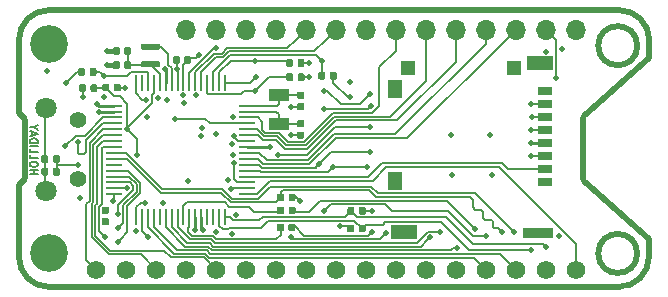
<source format=gbr>
%TF.GenerationSoftware,KiCad,Pcbnew,(6.0.0-rc1-dev-1614-ge850a482d)*%
%TF.CreationDate,2019-02-21T20:22:14-08:00*%
%TF.ProjectId,SAM32,53414d33-322e-46b6-9963-61645f706362,rev?*%
%TF.SameCoordinates,Original*%
%TF.FileFunction,Copper,L4,Bot*%
%TF.FilePolarity,Positive*%
%FSLAX46Y46*%
G04 Gerber Fmt 4.6, Leading zero omitted, Abs format (unit mm)*
G04 Created by KiCad (PCBNEW (6.0.0-rc1-dev-1614-ge850a482d)) date 2019-02-21 20:22:14*
%MOMM*%
%LPD*%
G04 APERTURE LIST*
%ADD10C,0.158750*%
%ADD11C,0.508000*%
%ADD12R,1.240000X0.800000*%
%ADD13R,2.500000X0.950000*%
%ADD14R,2.200000X1.150000*%
%ADD15R,1.250000X1.160000*%
%ADD16R,1.200000X1.160000*%
%ADD17R,1.150000X1.500000*%
%ADD18C,0.150000*%
%ADD19C,0.590000*%
%ADD20C,1.800000*%
%ADD21C,1.408000*%
%ADD22C,1.574800*%
%ADD23O,1.700000X1.700000*%
%ADD24R,1.470000X0.280000*%
%ADD25R,0.280000X1.470000*%
%ADD26C,0.500000*%
%ADD27R,1.800000X1.000000*%
%ADD28C,3.200000*%
%ADD29C,0.508000*%
%ADD30C,0.152400*%
%ADD31C,0.228600*%
%ADD32C,0.381000*%
G04 APERTURE END LIST*
D10*
X56798738Y-101488622D02*
X57433738Y-101488622D01*
X57131357Y-101488622D02*
X57131357Y-101125764D01*
X56798738Y-101125764D02*
X57433738Y-101125764D01*
X57433738Y-100702431D02*
X57433738Y-100581479D01*
X57403500Y-100521002D01*
X57343023Y-100460526D01*
X57222071Y-100430288D01*
X57010404Y-100430288D01*
X56889452Y-100460526D01*
X56828976Y-100521002D01*
X56798738Y-100581479D01*
X56798738Y-100702431D01*
X56828976Y-100762907D01*
X56889452Y-100823383D01*
X57010404Y-100853622D01*
X57222071Y-100853622D01*
X57343023Y-100823383D01*
X57403500Y-100762907D01*
X57433738Y-100702431D01*
X56798738Y-99855764D02*
X56798738Y-100158145D01*
X57433738Y-100158145D01*
X56798738Y-99341717D02*
X56798738Y-99644098D01*
X57433738Y-99644098D01*
X56798738Y-99130050D02*
X57433738Y-99130050D01*
X56798738Y-98827669D02*
X57433738Y-98827669D01*
X57433738Y-98676479D01*
X57403500Y-98585764D01*
X57343023Y-98525288D01*
X57282547Y-98495050D01*
X57161595Y-98464812D01*
X57070880Y-98464812D01*
X56949928Y-98495050D01*
X56889452Y-98525288D01*
X56828976Y-98585764D01*
X56798738Y-98676479D01*
X56798738Y-98827669D01*
X56980166Y-98222907D02*
X56980166Y-97920526D01*
X56798738Y-98283383D02*
X57433738Y-98071717D01*
X56798738Y-97860050D01*
X57101119Y-97527431D02*
X56798738Y-97527431D01*
X57433738Y-97739098D02*
X57101119Y-97527431D01*
X57433738Y-97315764D01*
D11*
X109192060Y-106945080D02*
X109192060Y-108498640D01*
X106652060Y-111038640D02*
G75*
G03X109192060Y-108498640I0J2540000D01*
G01*
X103755076Y-102181768D02*
X109192060Y-106945080D01*
X55852060Y-96296067D02*
X56300000Y-96740000D01*
X103758052Y-96469398D02*
X109220013Y-91690000D01*
X103758039Y-96469407D02*
G75*
G03X103628512Y-96721166I160472J-241760D01*
G01*
X103755063Y-102181759D02*
G75*
G02X103625536Y-101930000I160472J241760D01*
G01*
X103625536Y-101930000D02*
X103628512Y-96721166D01*
X55852060Y-102438136D02*
X56300000Y-101994203D01*
X56300000Y-101994203D02*
G75*
G03X56361488Y-101805369I-228511J178835D01*
G01*
X56300000Y-96740000D02*
G75*
G02X56361488Y-96928834I-228511J-178835D01*
G01*
X108205221Y-90615720D02*
G75*
G03X108205221Y-90615720I-1652221J0D01*
G01*
X108205221Y-108205220D02*
G75*
G03X108205221Y-108205220I-1652221J0D01*
G01*
X109220013Y-90136440D02*
X109220013Y-91690000D01*
X55852060Y-90136440D02*
X55852060Y-96296067D01*
X106680013Y-87596440D02*
G75*
G02X109220013Y-90136440I0J-2540000D01*
G01*
X55852060Y-102438136D02*
X55852060Y-108498640D01*
X106680013Y-87596440D02*
X58392060Y-87596440D01*
X58392060Y-111038640D02*
X106652060Y-111038640D01*
X55852060Y-90136440D02*
G75*
G02X58392060Y-87596440I2540000J0D01*
G01*
X56361488Y-96928834D02*
X56361488Y-101805369D01*
X58392060Y-111038640D02*
G75*
G02X55852060Y-108498640I0J2540000D01*
G01*
D12*
X100410500Y-102150500D03*
X100410500Y-101050500D03*
X100410500Y-99950500D03*
X100410500Y-98850500D03*
X100410500Y-97750500D03*
X100410500Y-96650500D03*
X100410500Y-95550500D03*
X100410500Y-94450500D03*
D13*
X99780500Y-106495500D03*
D14*
X99930500Y-92105500D03*
D15*
X97780500Y-92510500D03*
D16*
X88780500Y-92510500D03*
D14*
X88450500Y-106395500D03*
D17*
X87655500Y-102090500D03*
X87655500Y-94310500D03*
D18*
G36*
X84126958Y-104270710D02*
G01*
X84141276Y-104272834D01*
X84155317Y-104276351D01*
X84168946Y-104281228D01*
X84182031Y-104287417D01*
X84194447Y-104294858D01*
X84206073Y-104303481D01*
X84216798Y-104313202D01*
X84226519Y-104323927D01*
X84235142Y-104335553D01*
X84242583Y-104347969D01*
X84248772Y-104361054D01*
X84253649Y-104374683D01*
X84257166Y-104388724D01*
X84259290Y-104403042D01*
X84260000Y-104417500D01*
X84260000Y-104762500D01*
X84259290Y-104776958D01*
X84257166Y-104791276D01*
X84253649Y-104805317D01*
X84248772Y-104818946D01*
X84242583Y-104832031D01*
X84235142Y-104844447D01*
X84226519Y-104856073D01*
X84216798Y-104866798D01*
X84206073Y-104876519D01*
X84194447Y-104885142D01*
X84182031Y-104892583D01*
X84168946Y-104898772D01*
X84155317Y-104903649D01*
X84141276Y-104907166D01*
X84126958Y-104909290D01*
X84112500Y-104910000D01*
X83817500Y-104910000D01*
X83803042Y-104909290D01*
X83788724Y-104907166D01*
X83774683Y-104903649D01*
X83761054Y-104898772D01*
X83747969Y-104892583D01*
X83735553Y-104885142D01*
X83723927Y-104876519D01*
X83713202Y-104866798D01*
X83703481Y-104856073D01*
X83694858Y-104844447D01*
X83687417Y-104832031D01*
X83681228Y-104818946D01*
X83676351Y-104805317D01*
X83672834Y-104791276D01*
X83670710Y-104776958D01*
X83670000Y-104762500D01*
X83670000Y-104417500D01*
X83670710Y-104403042D01*
X83672834Y-104388724D01*
X83676351Y-104374683D01*
X83681228Y-104361054D01*
X83687417Y-104347969D01*
X83694858Y-104335553D01*
X83703481Y-104323927D01*
X83713202Y-104313202D01*
X83723927Y-104303481D01*
X83735553Y-104294858D01*
X83747969Y-104287417D01*
X83761054Y-104281228D01*
X83774683Y-104276351D01*
X83788724Y-104272834D01*
X83803042Y-104270710D01*
X83817500Y-104270000D01*
X84112500Y-104270000D01*
X84126958Y-104270710D01*
X84126958Y-104270710D01*
G37*
D19*
X83965000Y-104590000D03*
D18*
G36*
X85096958Y-104270710D02*
G01*
X85111276Y-104272834D01*
X85125317Y-104276351D01*
X85138946Y-104281228D01*
X85152031Y-104287417D01*
X85164447Y-104294858D01*
X85176073Y-104303481D01*
X85186798Y-104313202D01*
X85196519Y-104323927D01*
X85205142Y-104335553D01*
X85212583Y-104347969D01*
X85218772Y-104361054D01*
X85223649Y-104374683D01*
X85227166Y-104388724D01*
X85229290Y-104403042D01*
X85230000Y-104417500D01*
X85230000Y-104762500D01*
X85229290Y-104776958D01*
X85227166Y-104791276D01*
X85223649Y-104805317D01*
X85218772Y-104818946D01*
X85212583Y-104832031D01*
X85205142Y-104844447D01*
X85196519Y-104856073D01*
X85186798Y-104866798D01*
X85176073Y-104876519D01*
X85164447Y-104885142D01*
X85152031Y-104892583D01*
X85138946Y-104898772D01*
X85125317Y-104903649D01*
X85111276Y-104907166D01*
X85096958Y-104909290D01*
X85082500Y-104910000D01*
X84787500Y-104910000D01*
X84773042Y-104909290D01*
X84758724Y-104907166D01*
X84744683Y-104903649D01*
X84731054Y-104898772D01*
X84717969Y-104892583D01*
X84705553Y-104885142D01*
X84693927Y-104876519D01*
X84683202Y-104866798D01*
X84673481Y-104856073D01*
X84664858Y-104844447D01*
X84657417Y-104832031D01*
X84651228Y-104818946D01*
X84646351Y-104805317D01*
X84642834Y-104791276D01*
X84640710Y-104776958D01*
X84640000Y-104762500D01*
X84640000Y-104417500D01*
X84640710Y-104403042D01*
X84642834Y-104388724D01*
X84646351Y-104374683D01*
X84651228Y-104361054D01*
X84657417Y-104347969D01*
X84664858Y-104335553D01*
X84673481Y-104323927D01*
X84683202Y-104313202D01*
X84693927Y-104303481D01*
X84705553Y-104294858D01*
X84717969Y-104287417D01*
X84731054Y-104281228D01*
X84744683Y-104276351D01*
X84758724Y-104272834D01*
X84773042Y-104270710D01*
X84787500Y-104270000D01*
X85082500Y-104270000D01*
X85096958Y-104270710D01*
X85096958Y-104270710D01*
G37*
D19*
X84935000Y-104590000D03*
D18*
G36*
X85066958Y-105770710D02*
G01*
X85081276Y-105772834D01*
X85095317Y-105776351D01*
X85108946Y-105781228D01*
X85122031Y-105787417D01*
X85134447Y-105794858D01*
X85146073Y-105803481D01*
X85156798Y-105813202D01*
X85166519Y-105823927D01*
X85175142Y-105835553D01*
X85182583Y-105847969D01*
X85188772Y-105861054D01*
X85193649Y-105874683D01*
X85197166Y-105888724D01*
X85199290Y-105903042D01*
X85200000Y-105917500D01*
X85200000Y-106262500D01*
X85199290Y-106276958D01*
X85197166Y-106291276D01*
X85193649Y-106305317D01*
X85188772Y-106318946D01*
X85182583Y-106332031D01*
X85175142Y-106344447D01*
X85166519Y-106356073D01*
X85156798Y-106366798D01*
X85146073Y-106376519D01*
X85134447Y-106385142D01*
X85122031Y-106392583D01*
X85108946Y-106398772D01*
X85095317Y-106403649D01*
X85081276Y-106407166D01*
X85066958Y-106409290D01*
X85052500Y-106410000D01*
X84757500Y-106410000D01*
X84743042Y-106409290D01*
X84728724Y-106407166D01*
X84714683Y-106403649D01*
X84701054Y-106398772D01*
X84687969Y-106392583D01*
X84675553Y-106385142D01*
X84663927Y-106376519D01*
X84653202Y-106366798D01*
X84643481Y-106356073D01*
X84634858Y-106344447D01*
X84627417Y-106332031D01*
X84621228Y-106318946D01*
X84616351Y-106305317D01*
X84612834Y-106291276D01*
X84610710Y-106276958D01*
X84610000Y-106262500D01*
X84610000Y-105917500D01*
X84610710Y-105903042D01*
X84612834Y-105888724D01*
X84616351Y-105874683D01*
X84621228Y-105861054D01*
X84627417Y-105847969D01*
X84634858Y-105835553D01*
X84643481Y-105823927D01*
X84653202Y-105813202D01*
X84663927Y-105803481D01*
X84675553Y-105794858D01*
X84687969Y-105787417D01*
X84701054Y-105781228D01*
X84714683Y-105776351D01*
X84728724Y-105772834D01*
X84743042Y-105770710D01*
X84757500Y-105770000D01*
X85052500Y-105770000D01*
X85066958Y-105770710D01*
X85066958Y-105770710D01*
G37*
D19*
X84905000Y-106090000D03*
D18*
G36*
X84096958Y-105770710D02*
G01*
X84111276Y-105772834D01*
X84125317Y-105776351D01*
X84138946Y-105781228D01*
X84152031Y-105787417D01*
X84164447Y-105794858D01*
X84176073Y-105803481D01*
X84186798Y-105813202D01*
X84196519Y-105823927D01*
X84205142Y-105835553D01*
X84212583Y-105847969D01*
X84218772Y-105861054D01*
X84223649Y-105874683D01*
X84227166Y-105888724D01*
X84229290Y-105903042D01*
X84230000Y-105917500D01*
X84230000Y-106262500D01*
X84229290Y-106276958D01*
X84227166Y-106291276D01*
X84223649Y-106305317D01*
X84218772Y-106318946D01*
X84212583Y-106332031D01*
X84205142Y-106344447D01*
X84196519Y-106356073D01*
X84186798Y-106366798D01*
X84176073Y-106376519D01*
X84164447Y-106385142D01*
X84152031Y-106392583D01*
X84138946Y-106398772D01*
X84125317Y-106403649D01*
X84111276Y-106407166D01*
X84096958Y-106409290D01*
X84082500Y-106410000D01*
X83787500Y-106410000D01*
X83773042Y-106409290D01*
X83758724Y-106407166D01*
X83744683Y-106403649D01*
X83731054Y-106398772D01*
X83717969Y-106392583D01*
X83705553Y-106385142D01*
X83693927Y-106376519D01*
X83683202Y-106366798D01*
X83673481Y-106356073D01*
X83664858Y-106344447D01*
X83657417Y-106332031D01*
X83651228Y-106318946D01*
X83646351Y-106305317D01*
X83642834Y-106291276D01*
X83640710Y-106276958D01*
X83640000Y-106262500D01*
X83640000Y-105917500D01*
X83640710Y-105903042D01*
X83642834Y-105888724D01*
X83646351Y-105874683D01*
X83651228Y-105861054D01*
X83657417Y-105847969D01*
X83664858Y-105835553D01*
X83673481Y-105823927D01*
X83683202Y-105813202D01*
X83693927Y-105803481D01*
X83705553Y-105794858D01*
X83717969Y-105787417D01*
X83731054Y-105781228D01*
X83744683Y-105776351D01*
X83758724Y-105772834D01*
X83773042Y-105770710D01*
X83787500Y-105770000D01*
X84082500Y-105770000D01*
X84096958Y-105770710D01*
X84096958Y-105770710D01*
G37*
D19*
X83935000Y-106090000D03*
D18*
G36*
X79901958Y-92960710D02*
G01*
X79916276Y-92962834D01*
X79930317Y-92966351D01*
X79943946Y-92971228D01*
X79957031Y-92977417D01*
X79969447Y-92984858D01*
X79981073Y-92993481D01*
X79991798Y-93003202D01*
X80001519Y-93013927D01*
X80010142Y-93025553D01*
X80017583Y-93037969D01*
X80023772Y-93051054D01*
X80028649Y-93064683D01*
X80032166Y-93078724D01*
X80034290Y-93093042D01*
X80035000Y-93107500D01*
X80035000Y-93452500D01*
X80034290Y-93466958D01*
X80032166Y-93481276D01*
X80028649Y-93495317D01*
X80023772Y-93508946D01*
X80017583Y-93522031D01*
X80010142Y-93534447D01*
X80001519Y-93546073D01*
X79991798Y-93556798D01*
X79981073Y-93566519D01*
X79969447Y-93575142D01*
X79957031Y-93582583D01*
X79943946Y-93588772D01*
X79930317Y-93593649D01*
X79916276Y-93597166D01*
X79901958Y-93599290D01*
X79887500Y-93600000D01*
X79592500Y-93600000D01*
X79578042Y-93599290D01*
X79563724Y-93597166D01*
X79549683Y-93593649D01*
X79536054Y-93588772D01*
X79522969Y-93582583D01*
X79510553Y-93575142D01*
X79498927Y-93566519D01*
X79488202Y-93556798D01*
X79478481Y-93546073D01*
X79469858Y-93534447D01*
X79462417Y-93522031D01*
X79456228Y-93508946D01*
X79451351Y-93495317D01*
X79447834Y-93481276D01*
X79445710Y-93466958D01*
X79445000Y-93452500D01*
X79445000Y-93107500D01*
X79445710Y-93093042D01*
X79447834Y-93078724D01*
X79451351Y-93064683D01*
X79456228Y-93051054D01*
X79462417Y-93037969D01*
X79469858Y-93025553D01*
X79478481Y-93013927D01*
X79488202Y-93003202D01*
X79498927Y-92993481D01*
X79510553Y-92984858D01*
X79522969Y-92977417D01*
X79536054Y-92971228D01*
X79549683Y-92966351D01*
X79563724Y-92962834D01*
X79578042Y-92960710D01*
X79592500Y-92960000D01*
X79887500Y-92960000D01*
X79901958Y-92960710D01*
X79901958Y-92960710D01*
G37*
D19*
X79740000Y-93280000D03*
D18*
G36*
X78931958Y-92960710D02*
G01*
X78946276Y-92962834D01*
X78960317Y-92966351D01*
X78973946Y-92971228D01*
X78987031Y-92977417D01*
X78999447Y-92984858D01*
X79011073Y-92993481D01*
X79021798Y-93003202D01*
X79031519Y-93013927D01*
X79040142Y-93025553D01*
X79047583Y-93037969D01*
X79053772Y-93051054D01*
X79058649Y-93064683D01*
X79062166Y-93078724D01*
X79064290Y-93093042D01*
X79065000Y-93107500D01*
X79065000Y-93452500D01*
X79064290Y-93466958D01*
X79062166Y-93481276D01*
X79058649Y-93495317D01*
X79053772Y-93508946D01*
X79047583Y-93522031D01*
X79040142Y-93534447D01*
X79031519Y-93546073D01*
X79021798Y-93556798D01*
X79011073Y-93566519D01*
X78999447Y-93575142D01*
X78987031Y-93582583D01*
X78973946Y-93588772D01*
X78960317Y-93593649D01*
X78946276Y-93597166D01*
X78931958Y-93599290D01*
X78917500Y-93600000D01*
X78622500Y-93600000D01*
X78608042Y-93599290D01*
X78593724Y-93597166D01*
X78579683Y-93593649D01*
X78566054Y-93588772D01*
X78552969Y-93582583D01*
X78540553Y-93575142D01*
X78528927Y-93566519D01*
X78518202Y-93556798D01*
X78508481Y-93546073D01*
X78499858Y-93534447D01*
X78492417Y-93522031D01*
X78486228Y-93508946D01*
X78481351Y-93495317D01*
X78477834Y-93481276D01*
X78475710Y-93466958D01*
X78475000Y-93452500D01*
X78475000Y-93107500D01*
X78475710Y-93093042D01*
X78477834Y-93078724D01*
X78481351Y-93064683D01*
X78486228Y-93051054D01*
X78492417Y-93037969D01*
X78499858Y-93025553D01*
X78508481Y-93013927D01*
X78518202Y-93003202D01*
X78528927Y-92993481D01*
X78540553Y-92984858D01*
X78552969Y-92977417D01*
X78566054Y-92971228D01*
X78579683Y-92966351D01*
X78593724Y-92962834D01*
X78608042Y-92960710D01*
X78622500Y-92960000D01*
X78917500Y-92960000D01*
X78931958Y-92960710D01*
X78931958Y-92960710D01*
G37*
D19*
X78770000Y-93280000D03*
D18*
G36*
X82631958Y-92840710D02*
G01*
X82646276Y-92842834D01*
X82660317Y-92846351D01*
X82673946Y-92851228D01*
X82687031Y-92857417D01*
X82699447Y-92864858D01*
X82711073Y-92873481D01*
X82721798Y-92883202D01*
X82731519Y-92893927D01*
X82740142Y-92905553D01*
X82747583Y-92917969D01*
X82753772Y-92931054D01*
X82758649Y-92944683D01*
X82762166Y-92958724D01*
X82764290Y-92973042D01*
X82765000Y-92987500D01*
X82765000Y-93332500D01*
X82764290Y-93346958D01*
X82762166Y-93361276D01*
X82758649Y-93375317D01*
X82753772Y-93388946D01*
X82747583Y-93402031D01*
X82740142Y-93414447D01*
X82731519Y-93426073D01*
X82721798Y-93436798D01*
X82711073Y-93446519D01*
X82699447Y-93455142D01*
X82687031Y-93462583D01*
X82673946Y-93468772D01*
X82660317Y-93473649D01*
X82646276Y-93477166D01*
X82631958Y-93479290D01*
X82617500Y-93480000D01*
X82322500Y-93480000D01*
X82308042Y-93479290D01*
X82293724Y-93477166D01*
X82279683Y-93473649D01*
X82266054Y-93468772D01*
X82252969Y-93462583D01*
X82240553Y-93455142D01*
X82228927Y-93446519D01*
X82218202Y-93436798D01*
X82208481Y-93426073D01*
X82199858Y-93414447D01*
X82192417Y-93402031D01*
X82186228Y-93388946D01*
X82181351Y-93375317D01*
X82177834Y-93361276D01*
X82175710Y-93346958D01*
X82175000Y-93332500D01*
X82175000Y-92987500D01*
X82175710Y-92973042D01*
X82177834Y-92958724D01*
X82181351Y-92944683D01*
X82186228Y-92931054D01*
X82192417Y-92917969D01*
X82199858Y-92905553D01*
X82208481Y-92893927D01*
X82218202Y-92883202D01*
X82228927Y-92873481D01*
X82240553Y-92864858D01*
X82252969Y-92857417D01*
X82266054Y-92851228D01*
X82279683Y-92846351D01*
X82293724Y-92842834D01*
X82308042Y-92840710D01*
X82322500Y-92840000D01*
X82617500Y-92840000D01*
X82631958Y-92840710D01*
X82631958Y-92840710D01*
G37*
D19*
X82470000Y-93160000D03*
D18*
G36*
X81661958Y-92840710D02*
G01*
X81676276Y-92842834D01*
X81690317Y-92846351D01*
X81703946Y-92851228D01*
X81717031Y-92857417D01*
X81729447Y-92864858D01*
X81741073Y-92873481D01*
X81751798Y-92883202D01*
X81761519Y-92893927D01*
X81770142Y-92905553D01*
X81777583Y-92917969D01*
X81783772Y-92931054D01*
X81788649Y-92944683D01*
X81792166Y-92958724D01*
X81794290Y-92973042D01*
X81795000Y-92987500D01*
X81795000Y-93332500D01*
X81794290Y-93346958D01*
X81792166Y-93361276D01*
X81788649Y-93375317D01*
X81783772Y-93388946D01*
X81777583Y-93402031D01*
X81770142Y-93414447D01*
X81761519Y-93426073D01*
X81751798Y-93436798D01*
X81741073Y-93446519D01*
X81729447Y-93455142D01*
X81717031Y-93462583D01*
X81703946Y-93468772D01*
X81690317Y-93473649D01*
X81676276Y-93477166D01*
X81661958Y-93479290D01*
X81647500Y-93480000D01*
X81352500Y-93480000D01*
X81338042Y-93479290D01*
X81323724Y-93477166D01*
X81309683Y-93473649D01*
X81296054Y-93468772D01*
X81282969Y-93462583D01*
X81270553Y-93455142D01*
X81258927Y-93446519D01*
X81248202Y-93436798D01*
X81238481Y-93426073D01*
X81229858Y-93414447D01*
X81222417Y-93402031D01*
X81216228Y-93388946D01*
X81211351Y-93375317D01*
X81207834Y-93361276D01*
X81205710Y-93346958D01*
X81205000Y-93332500D01*
X81205000Y-92987500D01*
X81205710Y-92973042D01*
X81207834Y-92958724D01*
X81211351Y-92944683D01*
X81216228Y-92931054D01*
X81222417Y-92917969D01*
X81229858Y-92905553D01*
X81238481Y-92893927D01*
X81248202Y-92883202D01*
X81258927Y-92873481D01*
X81270553Y-92864858D01*
X81282969Y-92857417D01*
X81296054Y-92851228D01*
X81309683Y-92846351D01*
X81323724Y-92842834D01*
X81338042Y-92840710D01*
X81352500Y-92840000D01*
X81647500Y-92840000D01*
X81661958Y-92840710D01*
X81661958Y-92840710D01*
G37*
D19*
X81500000Y-93160000D03*
D18*
G36*
X79898458Y-91760710D02*
G01*
X79912776Y-91762834D01*
X79926817Y-91766351D01*
X79940446Y-91771228D01*
X79953531Y-91777417D01*
X79965947Y-91784858D01*
X79977573Y-91793481D01*
X79988298Y-91803202D01*
X79998019Y-91813927D01*
X80006642Y-91825553D01*
X80014083Y-91837969D01*
X80020272Y-91851054D01*
X80025149Y-91864683D01*
X80028666Y-91878724D01*
X80030790Y-91893042D01*
X80031500Y-91907500D01*
X80031500Y-92252500D01*
X80030790Y-92266958D01*
X80028666Y-92281276D01*
X80025149Y-92295317D01*
X80020272Y-92308946D01*
X80014083Y-92322031D01*
X80006642Y-92334447D01*
X79998019Y-92346073D01*
X79988298Y-92356798D01*
X79977573Y-92366519D01*
X79965947Y-92375142D01*
X79953531Y-92382583D01*
X79940446Y-92388772D01*
X79926817Y-92393649D01*
X79912776Y-92397166D01*
X79898458Y-92399290D01*
X79884000Y-92400000D01*
X79589000Y-92400000D01*
X79574542Y-92399290D01*
X79560224Y-92397166D01*
X79546183Y-92393649D01*
X79532554Y-92388772D01*
X79519469Y-92382583D01*
X79507053Y-92375142D01*
X79495427Y-92366519D01*
X79484702Y-92356798D01*
X79474981Y-92346073D01*
X79466358Y-92334447D01*
X79458917Y-92322031D01*
X79452728Y-92308946D01*
X79447851Y-92295317D01*
X79444334Y-92281276D01*
X79442210Y-92266958D01*
X79441500Y-92252500D01*
X79441500Y-91907500D01*
X79442210Y-91893042D01*
X79444334Y-91878724D01*
X79447851Y-91864683D01*
X79452728Y-91851054D01*
X79458917Y-91837969D01*
X79466358Y-91825553D01*
X79474981Y-91813927D01*
X79484702Y-91803202D01*
X79495427Y-91793481D01*
X79507053Y-91784858D01*
X79519469Y-91777417D01*
X79532554Y-91771228D01*
X79546183Y-91766351D01*
X79560224Y-91762834D01*
X79574542Y-91760710D01*
X79589000Y-91760000D01*
X79884000Y-91760000D01*
X79898458Y-91760710D01*
X79898458Y-91760710D01*
G37*
D19*
X79736500Y-92080000D03*
D18*
G36*
X78928458Y-91760710D02*
G01*
X78942776Y-91762834D01*
X78956817Y-91766351D01*
X78970446Y-91771228D01*
X78983531Y-91777417D01*
X78995947Y-91784858D01*
X79007573Y-91793481D01*
X79018298Y-91803202D01*
X79028019Y-91813927D01*
X79036642Y-91825553D01*
X79044083Y-91837969D01*
X79050272Y-91851054D01*
X79055149Y-91864683D01*
X79058666Y-91878724D01*
X79060790Y-91893042D01*
X79061500Y-91907500D01*
X79061500Y-92252500D01*
X79060790Y-92266958D01*
X79058666Y-92281276D01*
X79055149Y-92295317D01*
X79050272Y-92308946D01*
X79044083Y-92322031D01*
X79036642Y-92334447D01*
X79028019Y-92346073D01*
X79018298Y-92356798D01*
X79007573Y-92366519D01*
X78995947Y-92375142D01*
X78983531Y-92382583D01*
X78970446Y-92388772D01*
X78956817Y-92393649D01*
X78942776Y-92397166D01*
X78928458Y-92399290D01*
X78914000Y-92400000D01*
X78619000Y-92400000D01*
X78604542Y-92399290D01*
X78590224Y-92397166D01*
X78576183Y-92393649D01*
X78562554Y-92388772D01*
X78549469Y-92382583D01*
X78537053Y-92375142D01*
X78525427Y-92366519D01*
X78514702Y-92356798D01*
X78504981Y-92346073D01*
X78496358Y-92334447D01*
X78488917Y-92322031D01*
X78482728Y-92308946D01*
X78477851Y-92295317D01*
X78474334Y-92281276D01*
X78472210Y-92266958D01*
X78471500Y-92252500D01*
X78471500Y-91907500D01*
X78472210Y-91893042D01*
X78474334Y-91878724D01*
X78477851Y-91864683D01*
X78482728Y-91851054D01*
X78488917Y-91837969D01*
X78496358Y-91825553D01*
X78504981Y-91813927D01*
X78514702Y-91803202D01*
X78525427Y-91793481D01*
X78537053Y-91784858D01*
X78549469Y-91777417D01*
X78562554Y-91771228D01*
X78576183Y-91766351D01*
X78590224Y-91762834D01*
X78604542Y-91760710D01*
X78619000Y-91760000D01*
X78914000Y-91760000D01*
X78928458Y-91760710D01*
X78928458Y-91760710D01*
G37*
D19*
X78766500Y-92080000D03*
D18*
G36*
X79136958Y-104240710D02*
G01*
X79151276Y-104242834D01*
X79165317Y-104246351D01*
X79178946Y-104251228D01*
X79192031Y-104257417D01*
X79204447Y-104264858D01*
X79216073Y-104273481D01*
X79226798Y-104283202D01*
X79236519Y-104293927D01*
X79245142Y-104305553D01*
X79252583Y-104317969D01*
X79258772Y-104331054D01*
X79263649Y-104344683D01*
X79267166Y-104358724D01*
X79269290Y-104373042D01*
X79270000Y-104387500D01*
X79270000Y-104732500D01*
X79269290Y-104746958D01*
X79267166Y-104761276D01*
X79263649Y-104775317D01*
X79258772Y-104788946D01*
X79252583Y-104802031D01*
X79245142Y-104814447D01*
X79236519Y-104826073D01*
X79226798Y-104836798D01*
X79216073Y-104846519D01*
X79204447Y-104855142D01*
X79192031Y-104862583D01*
X79178946Y-104868772D01*
X79165317Y-104873649D01*
X79151276Y-104877166D01*
X79136958Y-104879290D01*
X79122500Y-104880000D01*
X78827500Y-104880000D01*
X78813042Y-104879290D01*
X78798724Y-104877166D01*
X78784683Y-104873649D01*
X78771054Y-104868772D01*
X78757969Y-104862583D01*
X78745553Y-104855142D01*
X78733927Y-104846519D01*
X78723202Y-104836798D01*
X78713481Y-104826073D01*
X78704858Y-104814447D01*
X78697417Y-104802031D01*
X78691228Y-104788946D01*
X78686351Y-104775317D01*
X78682834Y-104761276D01*
X78680710Y-104746958D01*
X78680000Y-104732500D01*
X78680000Y-104387500D01*
X78680710Y-104373042D01*
X78682834Y-104358724D01*
X78686351Y-104344683D01*
X78691228Y-104331054D01*
X78697417Y-104317969D01*
X78704858Y-104305553D01*
X78713481Y-104293927D01*
X78723202Y-104283202D01*
X78733927Y-104273481D01*
X78745553Y-104264858D01*
X78757969Y-104257417D01*
X78771054Y-104251228D01*
X78784683Y-104246351D01*
X78798724Y-104242834D01*
X78813042Y-104240710D01*
X78827500Y-104240000D01*
X79122500Y-104240000D01*
X79136958Y-104240710D01*
X79136958Y-104240710D01*
G37*
D19*
X78975000Y-104560000D03*
D18*
G36*
X78166958Y-104240710D02*
G01*
X78181276Y-104242834D01*
X78195317Y-104246351D01*
X78208946Y-104251228D01*
X78222031Y-104257417D01*
X78234447Y-104264858D01*
X78246073Y-104273481D01*
X78256798Y-104283202D01*
X78266519Y-104293927D01*
X78275142Y-104305553D01*
X78282583Y-104317969D01*
X78288772Y-104331054D01*
X78293649Y-104344683D01*
X78297166Y-104358724D01*
X78299290Y-104373042D01*
X78300000Y-104387500D01*
X78300000Y-104732500D01*
X78299290Y-104746958D01*
X78297166Y-104761276D01*
X78293649Y-104775317D01*
X78288772Y-104788946D01*
X78282583Y-104802031D01*
X78275142Y-104814447D01*
X78266519Y-104826073D01*
X78256798Y-104836798D01*
X78246073Y-104846519D01*
X78234447Y-104855142D01*
X78222031Y-104862583D01*
X78208946Y-104868772D01*
X78195317Y-104873649D01*
X78181276Y-104877166D01*
X78166958Y-104879290D01*
X78152500Y-104880000D01*
X77857500Y-104880000D01*
X77843042Y-104879290D01*
X77828724Y-104877166D01*
X77814683Y-104873649D01*
X77801054Y-104868772D01*
X77787969Y-104862583D01*
X77775553Y-104855142D01*
X77763927Y-104846519D01*
X77753202Y-104836798D01*
X77743481Y-104826073D01*
X77734858Y-104814447D01*
X77727417Y-104802031D01*
X77721228Y-104788946D01*
X77716351Y-104775317D01*
X77712834Y-104761276D01*
X77710710Y-104746958D01*
X77710000Y-104732500D01*
X77710000Y-104387500D01*
X77710710Y-104373042D01*
X77712834Y-104358724D01*
X77716351Y-104344683D01*
X77721228Y-104331054D01*
X77727417Y-104317969D01*
X77734858Y-104305553D01*
X77743481Y-104293927D01*
X77753202Y-104283202D01*
X77763927Y-104273481D01*
X77775553Y-104264858D01*
X77787969Y-104257417D01*
X77801054Y-104251228D01*
X77814683Y-104246351D01*
X77828724Y-104242834D01*
X77843042Y-104240710D01*
X77857500Y-104240000D01*
X78152500Y-104240000D01*
X78166958Y-104240710D01*
X78166958Y-104240710D01*
G37*
D19*
X78005000Y-104560000D03*
D18*
G36*
X79132958Y-105670710D02*
G01*
X79147276Y-105672834D01*
X79161317Y-105676351D01*
X79174946Y-105681228D01*
X79188031Y-105687417D01*
X79200447Y-105694858D01*
X79212073Y-105703481D01*
X79222798Y-105713202D01*
X79232519Y-105723927D01*
X79241142Y-105735553D01*
X79248583Y-105747969D01*
X79254772Y-105761054D01*
X79259649Y-105774683D01*
X79263166Y-105788724D01*
X79265290Y-105803042D01*
X79266000Y-105817500D01*
X79266000Y-106162500D01*
X79265290Y-106176958D01*
X79263166Y-106191276D01*
X79259649Y-106205317D01*
X79254772Y-106218946D01*
X79248583Y-106232031D01*
X79241142Y-106244447D01*
X79232519Y-106256073D01*
X79222798Y-106266798D01*
X79212073Y-106276519D01*
X79200447Y-106285142D01*
X79188031Y-106292583D01*
X79174946Y-106298772D01*
X79161317Y-106303649D01*
X79147276Y-106307166D01*
X79132958Y-106309290D01*
X79118500Y-106310000D01*
X78823500Y-106310000D01*
X78809042Y-106309290D01*
X78794724Y-106307166D01*
X78780683Y-106303649D01*
X78767054Y-106298772D01*
X78753969Y-106292583D01*
X78741553Y-106285142D01*
X78729927Y-106276519D01*
X78719202Y-106266798D01*
X78709481Y-106256073D01*
X78700858Y-106244447D01*
X78693417Y-106232031D01*
X78687228Y-106218946D01*
X78682351Y-106205317D01*
X78678834Y-106191276D01*
X78676710Y-106176958D01*
X78676000Y-106162500D01*
X78676000Y-105817500D01*
X78676710Y-105803042D01*
X78678834Y-105788724D01*
X78682351Y-105774683D01*
X78687228Y-105761054D01*
X78693417Y-105747969D01*
X78700858Y-105735553D01*
X78709481Y-105723927D01*
X78719202Y-105713202D01*
X78729927Y-105703481D01*
X78741553Y-105694858D01*
X78753969Y-105687417D01*
X78767054Y-105681228D01*
X78780683Y-105676351D01*
X78794724Y-105672834D01*
X78809042Y-105670710D01*
X78823500Y-105670000D01*
X79118500Y-105670000D01*
X79132958Y-105670710D01*
X79132958Y-105670710D01*
G37*
D19*
X78971000Y-105990000D03*
D18*
G36*
X78162958Y-105670710D02*
G01*
X78177276Y-105672834D01*
X78191317Y-105676351D01*
X78204946Y-105681228D01*
X78218031Y-105687417D01*
X78230447Y-105694858D01*
X78242073Y-105703481D01*
X78252798Y-105713202D01*
X78262519Y-105723927D01*
X78271142Y-105735553D01*
X78278583Y-105747969D01*
X78284772Y-105761054D01*
X78289649Y-105774683D01*
X78293166Y-105788724D01*
X78295290Y-105803042D01*
X78296000Y-105817500D01*
X78296000Y-106162500D01*
X78295290Y-106176958D01*
X78293166Y-106191276D01*
X78289649Y-106205317D01*
X78284772Y-106218946D01*
X78278583Y-106232031D01*
X78271142Y-106244447D01*
X78262519Y-106256073D01*
X78252798Y-106266798D01*
X78242073Y-106276519D01*
X78230447Y-106285142D01*
X78218031Y-106292583D01*
X78204946Y-106298772D01*
X78191317Y-106303649D01*
X78177276Y-106307166D01*
X78162958Y-106309290D01*
X78148500Y-106310000D01*
X77853500Y-106310000D01*
X77839042Y-106309290D01*
X77824724Y-106307166D01*
X77810683Y-106303649D01*
X77797054Y-106298772D01*
X77783969Y-106292583D01*
X77771553Y-106285142D01*
X77759927Y-106276519D01*
X77749202Y-106266798D01*
X77739481Y-106256073D01*
X77730858Y-106244447D01*
X77723417Y-106232031D01*
X77717228Y-106218946D01*
X77712351Y-106205317D01*
X77708834Y-106191276D01*
X77706710Y-106176958D01*
X77706000Y-106162500D01*
X77706000Y-105817500D01*
X77706710Y-105803042D01*
X77708834Y-105788724D01*
X77712351Y-105774683D01*
X77717228Y-105761054D01*
X77723417Y-105747969D01*
X77730858Y-105735553D01*
X77739481Y-105723927D01*
X77749202Y-105713202D01*
X77759927Y-105703481D01*
X77771553Y-105694858D01*
X77783969Y-105687417D01*
X77797054Y-105681228D01*
X77810683Y-105676351D01*
X77824724Y-105672834D01*
X77839042Y-105670710D01*
X77853500Y-105670000D01*
X78148500Y-105670000D01*
X78162958Y-105670710D01*
X78162958Y-105670710D01*
G37*
D19*
X78001000Y-105990000D03*
D18*
G36*
X70306458Y-91501710D02*
G01*
X70320776Y-91503834D01*
X70334817Y-91507351D01*
X70348446Y-91512228D01*
X70361531Y-91518417D01*
X70373947Y-91525858D01*
X70385573Y-91534481D01*
X70396298Y-91544202D01*
X70406019Y-91554927D01*
X70414642Y-91566553D01*
X70422083Y-91578969D01*
X70428272Y-91592054D01*
X70433149Y-91605683D01*
X70436666Y-91619724D01*
X70438790Y-91634042D01*
X70439500Y-91648500D01*
X70439500Y-91993500D01*
X70438790Y-92007958D01*
X70436666Y-92022276D01*
X70433149Y-92036317D01*
X70428272Y-92049946D01*
X70422083Y-92063031D01*
X70414642Y-92075447D01*
X70406019Y-92087073D01*
X70396298Y-92097798D01*
X70385573Y-92107519D01*
X70373947Y-92116142D01*
X70361531Y-92123583D01*
X70348446Y-92129772D01*
X70334817Y-92134649D01*
X70320776Y-92138166D01*
X70306458Y-92140290D01*
X70292000Y-92141000D01*
X69997000Y-92141000D01*
X69982542Y-92140290D01*
X69968224Y-92138166D01*
X69954183Y-92134649D01*
X69940554Y-92129772D01*
X69927469Y-92123583D01*
X69915053Y-92116142D01*
X69903427Y-92107519D01*
X69892702Y-92097798D01*
X69882981Y-92087073D01*
X69874358Y-92075447D01*
X69866917Y-92063031D01*
X69860728Y-92049946D01*
X69855851Y-92036317D01*
X69852334Y-92022276D01*
X69850210Y-92007958D01*
X69849500Y-91993500D01*
X69849500Y-91648500D01*
X69850210Y-91634042D01*
X69852334Y-91619724D01*
X69855851Y-91605683D01*
X69860728Y-91592054D01*
X69866917Y-91578969D01*
X69874358Y-91566553D01*
X69882981Y-91554927D01*
X69892702Y-91544202D01*
X69903427Y-91534481D01*
X69915053Y-91525858D01*
X69927469Y-91518417D01*
X69940554Y-91512228D01*
X69954183Y-91507351D01*
X69968224Y-91503834D01*
X69982542Y-91501710D01*
X69997000Y-91501000D01*
X70292000Y-91501000D01*
X70306458Y-91501710D01*
X70306458Y-91501710D01*
G37*
D19*
X70144500Y-91821000D03*
D18*
G36*
X69336458Y-91501710D02*
G01*
X69350776Y-91503834D01*
X69364817Y-91507351D01*
X69378446Y-91512228D01*
X69391531Y-91518417D01*
X69403947Y-91525858D01*
X69415573Y-91534481D01*
X69426298Y-91544202D01*
X69436019Y-91554927D01*
X69444642Y-91566553D01*
X69452083Y-91578969D01*
X69458272Y-91592054D01*
X69463149Y-91605683D01*
X69466666Y-91619724D01*
X69468790Y-91634042D01*
X69469500Y-91648500D01*
X69469500Y-91993500D01*
X69468790Y-92007958D01*
X69466666Y-92022276D01*
X69463149Y-92036317D01*
X69458272Y-92049946D01*
X69452083Y-92063031D01*
X69444642Y-92075447D01*
X69436019Y-92087073D01*
X69426298Y-92097798D01*
X69415573Y-92107519D01*
X69403947Y-92116142D01*
X69391531Y-92123583D01*
X69378446Y-92129772D01*
X69364817Y-92134649D01*
X69350776Y-92138166D01*
X69336458Y-92140290D01*
X69322000Y-92141000D01*
X69027000Y-92141000D01*
X69012542Y-92140290D01*
X68998224Y-92138166D01*
X68984183Y-92134649D01*
X68970554Y-92129772D01*
X68957469Y-92123583D01*
X68945053Y-92116142D01*
X68933427Y-92107519D01*
X68922702Y-92097798D01*
X68912981Y-92087073D01*
X68904358Y-92075447D01*
X68896917Y-92063031D01*
X68890728Y-92049946D01*
X68885851Y-92036317D01*
X68882334Y-92022276D01*
X68880210Y-92007958D01*
X68879500Y-91993500D01*
X68879500Y-91648500D01*
X68880210Y-91634042D01*
X68882334Y-91619724D01*
X68885851Y-91605683D01*
X68890728Y-91592054D01*
X68896917Y-91578969D01*
X68904358Y-91566553D01*
X68912981Y-91554927D01*
X68922702Y-91544202D01*
X68933427Y-91534481D01*
X68945053Y-91525858D01*
X68957469Y-91518417D01*
X68970554Y-91512228D01*
X68984183Y-91507351D01*
X68998224Y-91503834D01*
X69012542Y-91501710D01*
X69027000Y-91501000D01*
X69322000Y-91501000D01*
X69336458Y-91501710D01*
X69336458Y-91501710D01*
G37*
D19*
X69174500Y-91821000D03*
D18*
G36*
X62368958Y-93884230D02*
G01*
X62383276Y-93886354D01*
X62397317Y-93889871D01*
X62410946Y-93894748D01*
X62424031Y-93900937D01*
X62436447Y-93908378D01*
X62448073Y-93917001D01*
X62458798Y-93926722D01*
X62468519Y-93937447D01*
X62477142Y-93949073D01*
X62484583Y-93961489D01*
X62490772Y-93974574D01*
X62495649Y-93988203D01*
X62499166Y-94002244D01*
X62501290Y-94016562D01*
X62502000Y-94031020D01*
X62502000Y-94376020D01*
X62501290Y-94390478D01*
X62499166Y-94404796D01*
X62495649Y-94418837D01*
X62490772Y-94432466D01*
X62484583Y-94445551D01*
X62477142Y-94457967D01*
X62468519Y-94469593D01*
X62458798Y-94480318D01*
X62448073Y-94490039D01*
X62436447Y-94498662D01*
X62424031Y-94506103D01*
X62410946Y-94512292D01*
X62397317Y-94517169D01*
X62383276Y-94520686D01*
X62368958Y-94522810D01*
X62354500Y-94523520D01*
X62059500Y-94523520D01*
X62045042Y-94522810D01*
X62030724Y-94520686D01*
X62016683Y-94517169D01*
X62003054Y-94512292D01*
X61989969Y-94506103D01*
X61977553Y-94498662D01*
X61965927Y-94490039D01*
X61955202Y-94480318D01*
X61945481Y-94469593D01*
X61936858Y-94457967D01*
X61929417Y-94445551D01*
X61923228Y-94432466D01*
X61918351Y-94418837D01*
X61914834Y-94404796D01*
X61912710Y-94390478D01*
X61912000Y-94376020D01*
X61912000Y-94031020D01*
X61912710Y-94016562D01*
X61914834Y-94002244D01*
X61918351Y-93988203D01*
X61923228Y-93974574D01*
X61929417Y-93961489D01*
X61936858Y-93949073D01*
X61945481Y-93937447D01*
X61955202Y-93926722D01*
X61965927Y-93917001D01*
X61977553Y-93908378D01*
X61989969Y-93900937D01*
X62003054Y-93894748D01*
X62016683Y-93889871D01*
X62030724Y-93886354D01*
X62045042Y-93884230D01*
X62059500Y-93883520D01*
X62354500Y-93883520D01*
X62368958Y-93884230D01*
X62368958Y-93884230D01*
G37*
D19*
X62207000Y-94203520D03*
D18*
G36*
X61398958Y-93884230D02*
G01*
X61413276Y-93886354D01*
X61427317Y-93889871D01*
X61440946Y-93894748D01*
X61454031Y-93900937D01*
X61466447Y-93908378D01*
X61478073Y-93917001D01*
X61488798Y-93926722D01*
X61498519Y-93937447D01*
X61507142Y-93949073D01*
X61514583Y-93961489D01*
X61520772Y-93974574D01*
X61525649Y-93988203D01*
X61529166Y-94002244D01*
X61531290Y-94016562D01*
X61532000Y-94031020D01*
X61532000Y-94376020D01*
X61531290Y-94390478D01*
X61529166Y-94404796D01*
X61525649Y-94418837D01*
X61520772Y-94432466D01*
X61514583Y-94445551D01*
X61507142Y-94457967D01*
X61498519Y-94469593D01*
X61488798Y-94480318D01*
X61478073Y-94490039D01*
X61466447Y-94498662D01*
X61454031Y-94506103D01*
X61440946Y-94512292D01*
X61427317Y-94517169D01*
X61413276Y-94520686D01*
X61398958Y-94522810D01*
X61384500Y-94523520D01*
X61089500Y-94523520D01*
X61075042Y-94522810D01*
X61060724Y-94520686D01*
X61046683Y-94517169D01*
X61033054Y-94512292D01*
X61019969Y-94506103D01*
X61007553Y-94498662D01*
X60995927Y-94490039D01*
X60985202Y-94480318D01*
X60975481Y-94469593D01*
X60966858Y-94457967D01*
X60959417Y-94445551D01*
X60953228Y-94432466D01*
X60948351Y-94418837D01*
X60944834Y-94404796D01*
X60942710Y-94390478D01*
X60942000Y-94376020D01*
X60942000Y-94031020D01*
X60942710Y-94016562D01*
X60944834Y-94002244D01*
X60948351Y-93988203D01*
X60953228Y-93974574D01*
X60959417Y-93961489D01*
X60966858Y-93949073D01*
X60975481Y-93937447D01*
X60985202Y-93926722D01*
X60995927Y-93917001D01*
X61007553Y-93908378D01*
X61019969Y-93900937D01*
X61033054Y-93894748D01*
X61046683Y-93889871D01*
X61060724Y-93886354D01*
X61075042Y-93884230D01*
X61089500Y-93883520D01*
X61384500Y-93883520D01*
X61398958Y-93884230D01*
X61398958Y-93884230D01*
G37*
D19*
X61237000Y-94203520D03*
D18*
G36*
X59183958Y-100969710D02*
G01*
X59198276Y-100971834D01*
X59212317Y-100975351D01*
X59225946Y-100980228D01*
X59239031Y-100986417D01*
X59251447Y-100993858D01*
X59263073Y-101002481D01*
X59273798Y-101012202D01*
X59283519Y-101022927D01*
X59292142Y-101034553D01*
X59299583Y-101046969D01*
X59305772Y-101060054D01*
X59310649Y-101073683D01*
X59314166Y-101087724D01*
X59316290Y-101102042D01*
X59317000Y-101116500D01*
X59317000Y-101461500D01*
X59316290Y-101475958D01*
X59314166Y-101490276D01*
X59310649Y-101504317D01*
X59305772Y-101517946D01*
X59299583Y-101531031D01*
X59292142Y-101543447D01*
X59283519Y-101555073D01*
X59273798Y-101565798D01*
X59263073Y-101575519D01*
X59251447Y-101584142D01*
X59239031Y-101591583D01*
X59225946Y-101597772D01*
X59212317Y-101602649D01*
X59198276Y-101606166D01*
X59183958Y-101608290D01*
X59169500Y-101609000D01*
X58874500Y-101609000D01*
X58860042Y-101608290D01*
X58845724Y-101606166D01*
X58831683Y-101602649D01*
X58818054Y-101597772D01*
X58804969Y-101591583D01*
X58792553Y-101584142D01*
X58780927Y-101575519D01*
X58770202Y-101565798D01*
X58760481Y-101555073D01*
X58751858Y-101543447D01*
X58744417Y-101531031D01*
X58738228Y-101517946D01*
X58733351Y-101504317D01*
X58729834Y-101490276D01*
X58727710Y-101475958D01*
X58727000Y-101461500D01*
X58727000Y-101116500D01*
X58727710Y-101102042D01*
X58729834Y-101087724D01*
X58733351Y-101073683D01*
X58738228Y-101060054D01*
X58744417Y-101046969D01*
X58751858Y-101034553D01*
X58760481Y-101022927D01*
X58770202Y-101012202D01*
X58780927Y-101002481D01*
X58792553Y-100993858D01*
X58804969Y-100986417D01*
X58818054Y-100980228D01*
X58831683Y-100975351D01*
X58845724Y-100971834D01*
X58860042Y-100969710D01*
X58874500Y-100969000D01*
X59169500Y-100969000D01*
X59183958Y-100969710D01*
X59183958Y-100969710D01*
G37*
D19*
X59022000Y-101289000D03*
D18*
G36*
X58213958Y-100969710D02*
G01*
X58228276Y-100971834D01*
X58242317Y-100975351D01*
X58255946Y-100980228D01*
X58269031Y-100986417D01*
X58281447Y-100993858D01*
X58293073Y-101002481D01*
X58303798Y-101012202D01*
X58313519Y-101022927D01*
X58322142Y-101034553D01*
X58329583Y-101046969D01*
X58335772Y-101060054D01*
X58340649Y-101073683D01*
X58344166Y-101087724D01*
X58346290Y-101102042D01*
X58347000Y-101116500D01*
X58347000Y-101461500D01*
X58346290Y-101475958D01*
X58344166Y-101490276D01*
X58340649Y-101504317D01*
X58335772Y-101517946D01*
X58329583Y-101531031D01*
X58322142Y-101543447D01*
X58313519Y-101555073D01*
X58303798Y-101565798D01*
X58293073Y-101575519D01*
X58281447Y-101584142D01*
X58269031Y-101591583D01*
X58255946Y-101597772D01*
X58242317Y-101602649D01*
X58228276Y-101606166D01*
X58213958Y-101608290D01*
X58199500Y-101609000D01*
X57904500Y-101609000D01*
X57890042Y-101608290D01*
X57875724Y-101606166D01*
X57861683Y-101602649D01*
X57848054Y-101597772D01*
X57834969Y-101591583D01*
X57822553Y-101584142D01*
X57810927Y-101575519D01*
X57800202Y-101565798D01*
X57790481Y-101555073D01*
X57781858Y-101543447D01*
X57774417Y-101531031D01*
X57768228Y-101517946D01*
X57763351Y-101504317D01*
X57759834Y-101490276D01*
X57757710Y-101475958D01*
X57757000Y-101461500D01*
X57757000Y-101116500D01*
X57757710Y-101102042D01*
X57759834Y-101087724D01*
X57763351Y-101073683D01*
X57768228Y-101060054D01*
X57774417Y-101046969D01*
X57781858Y-101034553D01*
X57790481Y-101022927D01*
X57800202Y-101012202D01*
X57810927Y-101002481D01*
X57822553Y-100993858D01*
X57834969Y-100986417D01*
X57848054Y-100980228D01*
X57861683Y-100975351D01*
X57875724Y-100971834D01*
X57890042Y-100969710D01*
X57904500Y-100969000D01*
X58199500Y-100969000D01*
X58213958Y-100969710D01*
X58213958Y-100969710D01*
G37*
D19*
X58052000Y-101289000D03*
D18*
G36*
X78166958Y-103130710D02*
G01*
X78181276Y-103132834D01*
X78195317Y-103136351D01*
X78208946Y-103141228D01*
X78222031Y-103147417D01*
X78234447Y-103154858D01*
X78246073Y-103163481D01*
X78256798Y-103173202D01*
X78266519Y-103183927D01*
X78275142Y-103195553D01*
X78282583Y-103207969D01*
X78288772Y-103221054D01*
X78293649Y-103234683D01*
X78297166Y-103248724D01*
X78299290Y-103263042D01*
X78300000Y-103277500D01*
X78300000Y-103622500D01*
X78299290Y-103636958D01*
X78297166Y-103651276D01*
X78293649Y-103665317D01*
X78288772Y-103678946D01*
X78282583Y-103692031D01*
X78275142Y-103704447D01*
X78266519Y-103716073D01*
X78256798Y-103726798D01*
X78246073Y-103736519D01*
X78234447Y-103745142D01*
X78222031Y-103752583D01*
X78208946Y-103758772D01*
X78195317Y-103763649D01*
X78181276Y-103767166D01*
X78166958Y-103769290D01*
X78152500Y-103770000D01*
X77857500Y-103770000D01*
X77843042Y-103769290D01*
X77828724Y-103767166D01*
X77814683Y-103763649D01*
X77801054Y-103758772D01*
X77787969Y-103752583D01*
X77775553Y-103745142D01*
X77763927Y-103736519D01*
X77753202Y-103726798D01*
X77743481Y-103716073D01*
X77734858Y-103704447D01*
X77727417Y-103692031D01*
X77721228Y-103678946D01*
X77716351Y-103665317D01*
X77712834Y-103651276D01*
X77710710Y-103636958D01*
X77710000Y-103622500D01*
X77710000Y-103277500D01*
X77710710Y-103263042D01*
X77712834Y-103248724D01*
X77716351Y-103234683D01*
X77721228Y-103221054D01*
X77727417Y-103207969D01*
X77734858Y-103195553D01*
X77743481Y-103183927D01*
X77753202Y-103173202D01*
X77763927Y-103163481D01*
X77775553Y-103154858D01*
X77787969Y-103147417D01*
X77801054Y-103141228D01*
X77814683Y-103136351D01*
X77828724Y-103132834D01*
X77843042Y-103130710D01*
X77857500Y-103130000D01*
X78152500Y-103130000D01*
X78166958Y-103130710D01*
X78166958Y-103130710D01*
G37*
D19*
X78005000Y-103450000D03*
D18*
G36*
X79136958Y-103130710D02*
G01*
X79151276Y-103132834D01*
X79165317Y-103136351D01*
X79178946Y-103141228D01*
X79192031Y-103147417D01*
X79204447Y-103154858D01*
X79216073Y-103163481D01*
X79226798Y-103173202D01*
X79236519Y-103183927D01*
X79245142Y-103195553D01*
X79252583Y-103207969D01*
X79258772Y-103221054D01*
X79263649Y-103234683D01*
X79267166Y-103248724D01*
X79269290Y-103263042D01*
X79270000Y-103277500D01*
X79270000Y-103622500D01*
X79269290Y-103636958D01*
X79267166Y-103651276D01*
X79263649Y-103665317D01*
X79258772Y-103678946D01*
X79252583Y-103692031D01*
X79245142Y-103704447D01*
X79236519Y-103716073D01*
X79226798Y-103726798D01*
X79216073Y-103736519D01*
X79204447Y-103745142D01*
X79192031Y-103752583D01*
X79178946Y-103758772D01*
X79165317Y-103763649D01*
X79151276Y-103767166D01*
X79136958Y-103769290D01*
X79122500Y-103770000D01*
X78827500Y-103770000D01*
X78813042Y-103769290D01*
X78798724Y-103767166D01*
X78784683Y-103763649D01*
X78771054Y-103758772D01*
X78757969Y-103752583D01*
X78745553Y-103745142D01*
X78733927Y-103736519D01*
X78723202Y-103726798D01*
X78713481Y-103716073D01*
X78704858Y-103704447D01*
X78697417Y-103692031D01*
X78691228Y-103678946D01*
X78686351Y-103665317D01*
X78682834Y-103651276D01*
X78680710Y-103636958D01*
X78680000Y-103622500D01*
X78680000Y-103277500D01*
X78680710Y-103263042D01*
X78682834Y-103248724D01*
X78686351Y-103234683D01*
X78691228Y-103221054D01*
X78697417Y-103207969D01*
X78704858Y-103195553D01*
X78713481Y-103183927D01*
X78723202Y-103173202D01*
X78733927Y-103163481D01*
X78745553Y-103154858D01*
X78757969Y-103147417D01*
X78771054Y-103141228D01*
X78784683Y-103136351D01*
X78798724Y-103132834D01*
X78813042Y-103130710D01*
X78827500Y-103130000D01*
X79122500Y-103130000D01*
X79136958Y-103130710D01*
X79136958Y-103130710D01*
G37*
D19*
X78975000Y-103450000D03*
D20*
X58160920Y-102905440D03*
X58160920Y-95905440D03*
D21*
X60860920Y-101905440D03*
X60860920Y-96905440D03*
D18*
G36*
X62292758Y-92517710D02*
G01*
X62307076Y-92519834D01*
X62321117Y-92523351D01*
X62334746Y-92528228D01*
X62347831Y-92534417D01*
X62360247Y-92541858D01*
X62371873Y-92550481D01*
X62382598Y-92560202D01*
X62392319Y-92570927D01*
X62400942Y-92582553D01*
X62408383Y-92594969D01*
X62414572Y-92608054D01*
X62419449Y-92621683D01*
X62422966Y-92635724D01*
X62425090Y-92650042D01*
X62425800Y-92664500D01*
X62425800Y-93009500D01*
X62425090Y-93023958D01*
X62422966Y-93038276D01*
X62419449Y-93052317D01*
X62414572Y-93065946D01*
X62408383Y-93079031D01*
X62400942Y-93091447D01*
X62392319Y-93103073D01*
X62382598Y-93113798D01*
X62371873Y-93123519D01*
X62360247Y-93132142D01*
X62347831Y-93139583D01*
X62334746Y-93145772D01*
X62321117Y-93150649D01*
X62307076Y-93154166D01*
X62292758Y-93156290D01*
X62278300Y-93157000D01*
X61983300Y-93157000D01*
X61968842Y-93156290D01*
X61954524Y-93154166D01*
X61940483Y-93150649D01*
X61926854Y-93145772D01*
X61913769Y-93139583D01*
X61901353Y-93132142D01*
X61889727Y-93123519D01*
X61879002Y-93113798D01*
X61869281Y-93103073D01*
X61860658Y-93091447D01*
X61853217Y-93079031D01*
X61847028Y-93065946D01*
X61842151Y-93052317D01*
X61838634Y-93038276D01*
X61836510Y-93023958D01*
X61835800Y-93009500D01*
X61835800Y-92664500D01*
X61836510Y-92650042D01*
X61838634Y-92635724D01*
X61842151Y-92621683D01*
X61847028Y-92608054D01*
X61853217Y-92594969D01*
X61860658Y-92582553D01*
X61869281Y-92570927D01*
X61879002Y-92560202D01*
X61889727Y-92550481D01*
X61901353Y-92541858D01*
X61913769Y-92534417D01*
X61926854Y-92528228D01*
X61940483Y-92523351D01*
X61954524Y-92519834D01*
X61968842Y-92517710D01*
X61983300Y-92517000D01*
X62278300Y-92517000D01*
X62292758Y-92517710D01*
X62292758Y-92517710D01*
G37*
D19*
X62130800Y-92837000D03*
D18*
G36*
X61322758Y-92517710D02*
G01*
X61337076Y-92519834D01*
X61351117Y-92523351D01*
X61364746Y-92528228D01*
X61377831Y-92534417D01*
X61390247Y-92541858D01*
X61401873Y-92550481D01*
X61412598Y-92560202D01*
X61422319Y-92570927D01*
X61430942Y-92582553D01*
X61438383Y-92594969D01*
X61444572Y-92608054D01*
X61449449Y-92621683D01*
X61452966Y-92635724D01*
X61455090Y-92650042D01*
X61455800Y-92664500D01*
X61455800Y-93009500D01*
X61455090Y-93023958D01*
X61452966Y-93038276D01*
X61449449Y-93052317D01*
X61444572Y-93065946D01*
X61438383Y-93079031D01*
X61430942Y-93091447D01*
X61422319Y-93103073D01*
X61412598Y-93113798D01*
X61401873Y-93123519D01*
X61390247Y-93132142D01*
X61377831Y-93139583D01*
X61364746Y-93145772D01*
X61351117Y-93150649D01*
X61337076Y-93154166D01*
X61322758Y-93156290D01*
X61308300Y-93157000D01*
X61013300Y-93157000D01*
X60998842Y-93156290D01*
X60984524Y-93154166D01*
X60970483Y-93150649D01*
X60956854Y-93145772D01*
X60943769Y-93139583D01*
X60931353Y-93132142D01*
X60919727Y-93123519D01*
X60909002Y-93113798D01*
X60899281Y-93103073D01*
X60890658Y-93091447D01*
X60883217Y-93079031D01*
X60877028Y-93065946D01*
X60872151Y-93052317D01*
X60868634Y-93038276D01*
X60866510Y-93023958D01*
X60865800Y-93009500D01*
X60865800Y-92664500D01*
X60866510Y-92650042D01*
X60868634Y-92635724D01*
X60872151Y-92621683D01*
X60877028Y-92608054D01*
X60883217Y-92594969D01*
X60890658Y-92582553D01*
X60899281Y-92570927D01*
X60909002Y-92560202D01*
X60919727Y-92550481D01*
X60931353Y-92541858D01*
X60943769Y-92534417D01*
X60956854Y-92528228D01*
X60970483Y-92523351D01*
X60984524Y-92519834D01*
X60998842Y-92517710D01*
X61013300Y-92517000D01*
X61308300Y-92517000D01*
X61322758Y-92517710D01*
X61322758Y-92517710D01*
G37*
D19*
X61160800Y-92837000D03*
D18*
G36*
X65226458Y-90739710D02*
G01*
X65240776Y-90741834D01*
X65254817Y-90745351D01*
X65268446Y-90750228D01*
X65281531Y-90756417D01*
X65293947Y-90763858D01*
X65305573Y-90772481D01*
X65316298Y-90782202D01*
X65326019Y-90792927D01*
X65334642Y-90804553D01*
X65342083Y-90816969D01*
X65348272Y-90830054D01*
X65353149Y-90843683D01*
X65356666Y-90857724D01*
X65358790Y-90872042D01*
X65359500Y-90886500D01*
X65359500Y-91231500D01*
X65358790Y-91245958D01*
X65356666Y-91260276D01*
X65353149Y-91274317D01*
X65348272Y-91287946D01*
X65342083Y-91301031D01*
X65334642Y-91313447D01*
X65326019Y-91325073D01*
X65316298Y-91335798D01*
X65305573Y-91345519D01*
X65293947Y-91354142D01*
X65281531Y-91361583D01*
X65268446Y-91367772D01*
X65254817Y-91372649D01*
X65240776Y-91376166D01*
X65226458Y-91378290D01*
X65212000Y-91379000D01*
X64917000Y-91379000D01*
X64902542Y-91378290D01*
X64888224Y-91376166D01*
X64874183Y-91372649D01*
X64860554Y-91367772D01*
X64847469Y-91361583D01*
X64835053Y-91354142D01*
X64823427Y-91345519D01*
X64812702Y-91335798D01*
X64802981Y-91325073D01*
X64794358Y-91313447D01*
X64786917Y-91301031D01*
X64780728Y-91287946D01*
X64775851Y-91274317D01*
X64772334Y-91260276D01*
X64770210Y-91245958D01*
X64769500Y-91231500D01*
X64769500Y-90886500D01*
X64770210Y-90872042D01*
X64772334Y-90857724D01*
X64775851Y-90843683D01*
X64780728Y-90830054D01*
X64786917Y-90816969D01*
X64794358Y-90804553D01*
X64802981Y-90792927D01*
X64812702Y-90782202D01*
X64823427Y-90772481D01*
X64835053Y-90763858D01*
X64847469Y-90756417D01*
X64860554Y-90750228D01*
X64874183Y-90745351D01*
X64888224Y-90741834D01*
X64902542Y-90739710D01*
X64917000Y-90739000D01*
X65212000Y-90739000D01*
X65226458Y-90739710D01*
X65226458Y-90739710D01*
G37*
D19*
X65064500Y-91059000D03*
D18*
G36*
X64256458Y-90739710D02*
G01*
X64270776Y-90741834D01*
X64284817Y-90745351D01*
X64298446Y-90750228D01*
X64311531Y-90756417D01*
X64323947Y-90763858D01*
X64335573Y-90772481D01*
X64346298Y-90782202D01*
X64356019Y-90792927D01*
X64364642Y-90804553D01*
X64372083Y-90816969D01*
X64378272Y-90830054D01*
X64383149Y-90843683D01*
X64386666Y-90857724D01*
X64388790Y-90872042D01*
X64389500Y-90886500D01*
X64389500Y-91231500D01*
X64388790Y-91245958D01*
X64386666Y-91260276D01*
X64383149Y-91274317D01*
X64378272Y-91287946D01*
X64372083Y-91301031D01*
X64364642Y-91313447D01*
X64356019Y-91325073D01*
X64346298Y-91335798D01*
X64335573Y-91345519D01*
X64323947Y-91354142D01*
X64311531Y-91361583D01*
X64298446Y-91367772D01*
X64284817Y-91372649D01*
X64270776Y-91376166D01*
X64256458Y-91378290D01*
X64242000Y-91379000D01*
X63947000Y-91379000D01*
X63932542Y-91378290D01*
X63918224Y-91376166D01*
X63904183Y-91372649D01*
X63890554Y-91367772D01*
X63877469Y-91361583D01*
X63865053Y-91354142D01*
X63853427Y-91345519D01*
X63842702Y-91335798D01*
X63832981Y-91325073D01*
X63824358Y-91313447D01*
X63816917Y-91301031D01*
X63810728Y-91287946D01*
X63805851Y-91274317D01*
X63802334Y-91260276D01*
X63800210Y-91245958D01*
X63799500Y-91231500D01*
X63799500Y-90886500D01*
X63800210Y-90872042D01*
X63802334Y-90857724D01*
X63805851Y-90843683D01*
X63810728Y-90830054D01*
X63816917Y-90816969D01*
X63824358Y-90804553D01*
X63832981Y-90792927D01*
X63842702Y-90782202D01*
X63853427Y-90772481D01*
X63865053Y-90763858D01*
X63877469Y-90756417D01*
X63890554Y-90750228D01*
X63904183Y-90745351D01*
X63918224Y-90741834D01*
X63932542Y-90739710D01*
X63947000Y-90739000D01*
X64242000Y-90739000D01*
X64256458Y-90739710D01*
X64256458Y-90739710D01*
G37*
D19*
X64094500Y-91059000D03*
D22*
X62357000Y-109565440D03*
X64897000Y-109565440D03*
X67437000Y-109565440D03*
X69977000Y-109565440D03*
X72517000Y-109565440D03*
X75057000Y-109565440D03*
X77597000Y-109565440D03*
X80137000Y-109565440D03*
X82677000Y-109565440D03*
X85217000Y-109565440D03*
X87757000Y-109565440D03*
X90297000Y-109565440D03*
X92837000Y-109565440D03*
X95377000Y-109565440D03*
X97917000Y-109565440D03*
X100457000Y-109565440D03*
X102997000Y-109565440D03*
D23*
X69977000Y-89245440D03*
X72517000Y-89245440D03*
X75057000Y-89245440D03*
X77597000Y-89245440D03*
X80137000Y-89245440D03*
X82677000Y-89245440D03*
X85217000Y-89245440D03*
X87757000Y-89245440D03*
X90297000Y-89245440D03*
X92837000Y-89245440D03*
X95377000Y-89245440D03*
X97917000Y-89245440D03*
X100457000Y-89245440D03*
X102997000Y-89245440D03*
D18*
G36*
X64256458Y-91946210D02*
G01*
X64270776Y-91948334D01*
X64284817Y-91951851D01*
X64298446Y-91956728D01*
X64311531Y-91962917D01*
X64323947Y-91970358D01*
X64335573Y-91978981D01*
X64346298Y-91988702D01*
X64356019Y-91999427D01*
X64364642Y-92011053D01*
X64372083Y-92023469D01*
X64378272Y-92036554D01*
X64383149Y-92050183D01*
X64386666Y-92064224D01*
X64388790Y-92078542D01*
X64389500Y-92093000D01*
X64389500Y-92438000D01*
X64388790Y-92452458D01*
X64386666Y-92466776D01*
X64383149Y-92480817D01*
X64378272Y-92494446D01*
X64372083Y-92507531D01*
X64364642Y-92519947D01*
X64356019Y-92531573D01*
X64346298Y-92542298D01*
X64335573Y-92552019D01*
X64323947Y-92560642D01*
X64311531Y-92568083D01*
X64298446Y-92574272D01*
X64284817Y-92579149D01*
X64270776Y-92582666D01*
X64256458Y-92584790D01*
X64242000Y-92585500D01*
X63947000Y-92585500D01*
X63932542Y-92584790D01*
X63918224Y-92582666D01*
X63904183Y-92579149D01*
X63890554Y-92574272D01*
X63877469Y-92568083D01*
X63865053Y-92560642D01*
X63853427Y-92552019D01*
X63842702Y-92542298D01*
X63832981Y-92531573D01*
X63824358Y-92519947D01*
X63816917Y-92507531D01*
X63810728Y-92494446D01*
X63805851Y-92480817D01*
X63802334Y-92466776D01*
X63800210Y-92452458D01*
X63799500Y-92438000D01*
X63799500Y-92093000D01*
X63800210Y-92078542D01*
X63802334Y-92064224D01*
X63805851Y-92050183D01*
X63810728Y-92036554D01*
X63816917Y-92023469D01*
X63824358Y-92011053D01*
X63832981Y-91999427D01*
X63842702Y-91988702D01*
X63853427Y-91978981D01*
X63865053Y-91970358D01*
X63877469Y-91962917D01*
X63890554Y-91956728D01*
X63904183Y-91951851D01*
X63918224Y-91948334D01*
X63932542Y-91946210D01*
X63947000Y-91945500D01*
X64242000Y-91945500D01*
X64256458Y-91946210D01*
X64256458Y-91946210D01*
G37*
D19*
X64094500Y-92265500D03*
D18*
G36*
X65226458Y-91946210D02*
G01*
X65240776Y-91948334D01*
X65254817Y-91951851D01*
X65268446Y-91956728D01*
X65281531Y-91962917D01*
X65293947Y-91970358D01*
X65305573Y-91978981D01*
X65316298Y-91988702D01*
X65326019Y-91999427D01*
X65334642Y-92011053D01*
X65342083Y-92023469D01*
X65348272Y-92036554D01*
X65353149Y-92050183D01*
X65356666Y-92064224D01*
X65358790Y-92078542D01*
X65359500Y-92093000D01*
X65359500Y-92438000D01*
X65358790Y-92452458D01*
X65356666Y-92466776D01*
X65353149Y-92480817D01*
X65348272Y-92494446D01*
X65342083Y-92507531D01*
X65334642Y-92519947D01*
X65326019Y-92531573D01*
X65316298Y-92542298D01*
X65305573Y-92552019D01*
X65293947Y-92560642D01*
X65281531Y-92568083D01*
X65268446Y-92574272D01*
X65254817Y-92579149D01*
X65240776Y-92582666D01*
X65226458Y-92584790D01*
X65212000Y-92585500D01*
X64917000Y-92585500D01*
X64902542Y-92584790D01*
X64888224Y-92582666D01*
X64874183Y-92579149D01*
X64860554Y-92574272D01*
X64847469Y-92568083D01*
X64835053Y-92560642D01*
X64823427Y-92552019D01*
X64812702Y-92542298D01*
X64802981Y-92531573D01*
X64794358Y-92519947D01*
X64786917Y-92507531D01*
X64780728Y-92494446D01*
X64775851Y-92480817D01*
X64772334Y-92466776D01*
X64770210Y-92452458D01*
X64769500Y-92438000D01*
X64769500Y-92093000D01*
X64770210Y-92078542D01*
X64772334Y-92064224D01*
X64775851Y-92050183D01*
X64780728Y-92036554D01*
X64786917Y-92023469D01*
X64794358Y-92011053D01*
X64802981Y-91999427D01*
X64812702Y-91988702D01*
X64823427Y-91978981D01*
X64835053Y-91970358D01*
X64847469Y-91962917D01*
X64860554Y-91956728D01*
X64874183Y-91951851D01*
X64888224Y-91948334D01*
X64902542Y-91946210D01*
X64917000Y-91945500D01*
X65212000Y-91945500D01*
X65226458Y-91946210D01*
X65226458Y-91946210D01*
G37*
D19*
X65064500Y-92265500D03*
D24*
X75202500Y-95691000D03*
X75202500Y-96191000D03*
X75202500Y-96691000D03*
X75202500Y-97191000D03*
X75202500Y-97691000D03*
X75202500Y-98191000D03*
X75202500Y-98691000D03*
X75202500Y-99191000D03*
X75202500Y-99691000D03*
X75202500Y-100191000D03*
X75202500Y-100691000D03*
X75202500Y-101191000D03*
X75202500Y-101691000D03*
X75202500Y-102191000D03*
X75202500Y-102691000D03*
X75202500Y-103191000D03*
D25*
X73282500Y-105111000D03*
X72782500Y-105111000D03*
X72282500Y-105111000D03*
X71782500Y-105111000D03*
X71282500Y-105111000D03*
X70782500Y-105111000D03*
X70282500Y-105111000D03*
X69782500Y-105111000D03*
X69282500Y-105111000D03*
X68782500Y-105111000D03*
X68282500Y-105111000D03*
X67782500Y-105111000D03*
X67282500Y-105111000D03*
X66782500Y-105111000D03*
X66282500Y-105111000D03*
X65782500Y-105111000D03*
D24*
X63862500Y-103191000D03*
X63862500Y-102691000D03*
X63862500Y-102191000D03*
X63862500Y-101691000D03*
X63862500Y-101191000D03*
X63862500Y-100691000D03*
X63862500Y-100191000D03*
X63862500Y-99691000D03*
X63862500Y-99191000D03*
X63862500Y-98691000D03*
X63862500Y-98191000D03*
X63862500Y-97691000D03*
X63862500Y-97191000D03*
X63862500Y-96691000D03*
X63862500Y-96191000D03*
X63862500Y-95691000D03*
D25*
X65782500Y-93771000D03*
X66282500Y-93771000D03*
X66782500Y-93771000D03*
X67282500Y-93771000D03*
X67782500Y-93771000D03*
X68282500Y-93771000D03*
X68782500Y-93771000D03*
X69282500Y-93771000D03*
X69782500Y-93771000D03*
X70282500Y-93771000D03*
X70782500Y-93771000D03*
X71282500Y-93771000D03*
X71782500Y-93771000D03*
X72282500Y-93771000D03*
X72782500Y-93771000D03*
X73282500Y-93771000D03*
D18*
G36*
X79898458Y-95484710D02*
G01*
X79912776Y-95486834D01*
X79926817Y-95490351D01*
X79940446Y-95495228D01*
X79953531Y-95501417D01*
X79965947Y-95508858D01*
X79977573Y-95517481D01*
X79988298Y-95527202D01*
X79998019Y-95537927D01*
X80006642Y-95549553D01*
X80014083Y-95561969D01*
X80020272Y-95575054D01*
X80025149Y-95588683D01*
X80028666Y-95602724D01*
X80030790Y-95617042D01*
X80031500Y-95631500D01*
X80031500Y-95926500D01*
X80030790Y-95940958D01*
X80028666Y-95955276D01*
X80025149Y-95969317D01*
X80020272Y-95982946D01*
X80014083Y-95996031D01*
X80006642Y-96008447D01*
X79998019Y-96020073D01*
X79988298Y-96030798D01*
X79977573Y-96040519D01*
X79965947Y-96049142D01*
X79953531Y-96056583D01*
X79940446Y-96062772D01*
X79926817Y-96067649D01*
X79912776Y-96071166D01*
X79898458Y-96073290D01*
X79884000Y-96074000D01*
X79539000Y-96074000D01*
X79524542Y-96073290D01*
X79510224Y-96071166D01*
X79496183Y-96067649D01*
X79482554Y-96062772D01*
X79469469Y-96056583D01*
X79457053Y-96049142D01*
X79445427Y-96040519D01*
X79434702Y-96030798D01*
X79424981Y-96020073D01*
X79416358Y-96008447D01*
X79408917Y-95996031D01*
X79402728Y-95982946D01*
X79397851Y-95969317D01*
X79394334Y-95955276D01*
X79392210Y-95940958D01*
X79391500Y-95926500D01*
X79391500Y-95631500D01*
X79392210Y-95617042D01*
X79394334Y-95602724D01*
X79397851Y-95588683D01*
X79402728Y-95575054D01*
X79408917Y-95561969D01*
X79416358Y-95549553D01*
X79424981Y-95537927D01*
X79434702Y-95527202D01*
X79445427Y-95517481D01*
X79457053Y-95508858D01*
X79469469Y-95501417D01*
X79482554Y-95495228D01*
X79496183Y-95490351D01*
X79510224Y-95486834D01*
X79524542Y-95484710D01*
X79539000Y-95484000D01*
X79884000Y-95484000D01*
X79898458Y-95484710D01*
X79898458Y-95484710D01*
G37*
D19*
X79711500Y-95779000D03*
D18*
G36*
X79898458Y-94514710D02*
G01*
X79912776Y-94516834D01*
X79926817Y-94520351D01*
X79940446Y-94525228D01*
X79953531Y-94531417D01*
X79965947Y-94538858D01*
X79977573Y-94547481D01*
X79988298Y-94557202D01*
X79998019Y-94567927D01*
X80006642Y-94579553D01*
X80014083Y-94591969D01*
X80020272Y-94605054D01*
X80025149Y-94618683D01*
X80028666Y-94632724D01*
X80030790Y-94647042D01*
X80031500Y-94661500D01*
X80031500Y-94956500D01*
X80030790Y-94970958D01*
X80028666Y-94985276D01*
X80025149Y-94999317D01*
X80020272Y-95012946D01*
X80014083Y-95026031D01*
X80006642Y-95038447D01*
X79998019Y-95050073D01*
X79988298Y-95060798D01*
X79977573Y-95070519D01*
X79965947Y-95079142D01*
X79953531Y-95086583D01*
X79940446Y-95092772D01*
X79926817Y-95097649D01*
X79912776Y-95101166D01*
X79898458Y-95103290D01*
X79884000Y-95104000D01*
X79539000Y-95104000D01*
X79524542Y-95103290D01*
X79510224Y-95101166D01*
X79496183Y-95097649D01*
X79482554Y-95092772D01*
X79469469Y-95086583D01*
X79457053Y-95079142D01*
X79445427Y-95070519D01*
X79434702Y-95060798D01*
X79424981Y-95050073D01*
X79416358Y-95038447D01*
X79408917Y-95026031D01*
X79402728Y-95012946D01*
X79397851Y-94999317D01*
X79394334Y-94985276D01*
X79392210Y-94970958D01*
X79391500Y-94956500D01*
X79391500Y-94661500D01*
X79392210Y-94647042D01*
X79394334Y-94632724D01*
X79397851Y-94618683D01*
X79402728Y-94605054D01*
X79408917Y-94591969D01*
X79416358Y-94579553D01*
X79424981Y-94567927D01*
X79434702Y-94557202D01*
X79445427Y-94547481D01*
X79457053Y-94538858D01*
X79469469Y-94531417D01*
X79482554Y-94525228D01*
X79496183Y-94520351D01*
X79510224Y-94516834D01*
X79524542Y-94514710D01*
X79539000Y-94514000D01*
X79884000Y-94514000D01*
X79898458Y-94514710D01*
X79898458Y-94514710D01*
G37*
D19*
X79711500Y-94809000D03*
D18*
G36*
X79898458Y-96915210D02*
G01*
X79912776Y-96917334D01*
X79926817Y-96920851D01*
X79940446Y-96925728D01*
X79953531Y-96931917D01*
X79965947Y-96939358D01*
X79977573Y-96947981D01*
X79988298Y-96957702D01*
X79998019Y-96968427D01*
X80006642Y-96980053D01*
X80014083Y-96992469D01*
X80020272Y-97005554D01*
X80025149Y-97019183D01*
X80028666Y-97033224D01*
X80030790Y-97047542D01*
X80031500Y-97062000D01*
X80031500Y-97357000D01*
X80030790Y-97371458D01*
X80028666Y-97385776D01*
X80025149Y-97399817D01*
X80020272Y-97413446D01*
X80014083Y-97426531D01*
X80006642Y-97438947D01*
X79998019Y-97450573D01*
X79988298Y-97461298D01*
X79977573Y-97471019D01*
X79965947Y-97479642D01*
X79953531Y-97487083D01*
X79940446Y-97493272D01*
X79926817Y-97498149D01*
X79912776Y-97501666D01*
X79898458Y-97503790D01*
X79884000Y-97504500D01*
X79539000Y-97504500D01*
X79524542Y-97503790D01*
X79510224Y-97501666D01*
X79496183Y-97498149D01*
X79482554Y-97493272D01*
X79469469Y-97487083D01*
X79457053Y-97479642D01*
X79445427Y-97471019D01*
X79434702Y-97461298D01*
X79424981Y-97450573D01*
X79416358Y-97438947D01*
X79408917Y-97426531D01*
X79402728Y-97413446D01*
X79397851Y-97399817D01*
X79394334Y-97385776D01*
X79392210Y-97371458D01*
X79391500Y-97357000D01*
X79391500Y-97062000D01*
X79392210Y-97047542D01*
X79394334Y-97033224D01*
X79397851Y-97019183D01*
X79402728Y-97005554D01*
X79408917Y-96992469D01*
X79416358Y-96980053D01*
X79424981Y-96968427D01*
X79434702Y-96957702D01*
X79445427Y-96947981D01*
X79457053Y-96939358D01*
X79469469Y-96931917D01*
X79482554Y-96925728D01*
X79496183Y-96920851D01*
X79510224Y-96917334D01*
X79524542Y-96915210D01*
X79539000Y-96914500D01*
X79884000Y-96914500D01*
X79898458Y-96915210D01*
X79898458Y-96915210D01*
G37*
D19*
X79711500Y-97209500D03*
D18*
G36*
X79898458Y-97885210D02*
G01*
X79912776Y-97887334D01*
X79926817Y-97890851D01*
X79940446Y-97895728D01*
X79953531Y-97901917D01*
X79965947Y-97909358D01*
X79977573Y-97917981D01*
X79988298Y-97927702D01*
X79998019Y-97938427D01*
X80006642Y-97950053D01*
X80014083Y-97962469D01*
X80020272Y-97975554D01*
X80025149Y-97989183D01*
X80028666Y-98003224D01*
X80030790Y-98017542D01*
X80031500Y-98032000D01*
X80031500Y-98327000D01*
X80030790Y-98341458D01*
X80028666Y-98355776D01*
X80025149Y-98369817D01*
X80020272Y-98383446D01*
X80014083Y-98396531D01*
X80006642Y-98408947D01*
X79998019Y-98420573D01*
X79988298Y-98431298D01*
X79977573Y-98441019D01*
X79965947Y-98449642D01*
X79953531Y-98457083D01*
X79940446Y-98463272D01*
X79926817Y-98468149D01*
X79912776Y-98471666D01*
X79898458Y-98473790D01*
X79884000Y-98474500D01*
X79539000Y-98474500D01*
X79524542Y-98473790D01*
X79510224Y-98471666D01*
X79496183Y-98468149D01*
X79482554Y-98463272D01*
X79469469Y-98457083D01*
X79457053Y-98449642D01*
X79445427Y-98441019D01*
X79434702Y-98431298D01*
X79424981Y-98420573D01*
X79416358Y-98408947D01*
X79408917Y-98396531D01*
X79402728Y-98383446D01*
X79397851Y-98369817D01*
X79394334Y-98355776D01*
X79392210Y-98341458D01*
X79391500Y-98327000D01*
X79391500Y-98032000D01*
X79392210Y-98017542D01*
X79394334Y-98003224D01*
X79397851Y-97989183D01*
X79402728Y-97975554D01*
X79408917Y-97962469D01*
X79416358Y-97950053D01*
X79424981Y-97938427D01*
X79434702Y-97927702D01*
X79445427Y-97917981D01*
X79457053Y-97909358D01*
X79469469Y-97901917D01*
X79482554Y-97895728D01*
X79496183Y-97890851D01*
X79510224Y-97887334D01*
X79524542Y-97885210D01*
X79539000Y-97884500D01*
X79884000Y-97884500D01*
X79898458Y-97885210D01*
X79898458Y-97885210D01*
G37*
D19*
X79711500Y-98179500D03*
D18*
G36*
X63369998Y-93843590D02*
G01*
X63384316Y-93845714D01*
X63398357Y-93849231D01*
X63411986Y-93854108D01*
X63425071Y-93860297D01*
X63437487Y-93867738D01*
X63449113Y-93876361D01*
X63459838Y-93886082D01*
X63469559Y-93896807D01*
X63478182Y-93908433D01*
X63485623Y-93920849D01*
X63491812Y-93933934D01*
X63496689Y-93947563D01*
X63500206Y-93961604D01*
X63502330Y-93975922D01*
X63503040Y-93990380D01*
X63503040Y-94335380D01*
X63502330Y-94349838D01*
X63500206Y-94364156D01*
X63496689Y-94378197D01*
X63491812Y-94391826D01*
X63485623Y-94404911D01*
X63478182Y-94417327D01*
X63469559Y-94428953D01*
X63459838Y-94439678D01*
X63449113Y-94449399D01*
X63437487Y-94458022D01*
X63425071Y-94465463D01*
X63411986Y-94471652D01*
X63398357Y-94476529D01*
X63384316Y-94480046D01*
X63369998Y-94482170D01*
X63355540Y-94482880D01*
X63060540Y-94482880D01*
X63046082Y-94482170D01*
X63031764Y-94480046D01*
X63017723Y-94476529D01*
X63004094Y-94471652D01*
X62991009Y-94465463D01*
X62978593Y-94458022D01*
X62966967Y-94449399D01*
X62956242Y-94439678D01*
X62946521Y-94428953D01*
X62937898Y-94417327D01*
X62930457Y-94404911D01*
X62924268Y-94391826D01*
X62919391Y-94378197D01*
X62915874Y-94364156D01*
X62913750Y-94349838D01*
X62913040Y-94335380D01*
X62913040Y-93990380D01*
X62913750Y-93975922D01*
X62915874Y-93961604D01*
X62919391Y-93947563D01*
X62924268Y-93933934D01*
X62930457Y-93920849D01*
X62937898Y-93908433D01*
X62946521Y-93896807D01*
X62956242Y-93886082D01*
X62966967Y-93876361D01*
X62978593Y-93867738D01*
X62991009Y-93860297D01*
X63004094Y-93854108D01*
X63017723Y-93849231D01*
X63031764Y-93845714D01*
X63046082Y-93843590D01*
X63060540Y-93842880D01*
X63355540Y-93842880D01*
X63369998Y-93843590D01*
X63369998Y-93843590D01*
G37*
D19*
X63208040Y-94162880D03*
D18*
G36*
X64339998Y-93843590D02*
G01*
X64354316Y-93845714D01*
X64368357Y-93849231D01*
X64381986Y-93854108D01*
X64395071Y-93860297D01*
X64407487Y-93867738D01*
X64419113Y-93876361D01*
X64429838Y-93886082D01*
X64439559Y-93896807D01*
X64448182Y-93908433D01*
X64455623Y-93920849D01*
X64461812Y-93933934D01*
X64466689Y-93947563D01*
X64470206Y-93961604D01*
X64472330Y-93975922D01*
X64473040Y-93990380D01*
X64473040Y-94335380D01*
X64472330Y-94349838D01*
X64470206Y-94364156D01*
X64466689Y-94378197D01*
X64461812Y-94391826D01*
X64455623Y-94404911D01*
X64448182Y-94417327D01*
X64439559Y-94428953D01*
X64429838Y-94439678D01*
X64419113Y-94449399D01*
X64407487Y-94458022D01*
X64395071Y-94465463D01*
X64381986Y-94471652D01*
X64368357Y-94476529D01*
X64354316Y-94480046D01*
X64339998Y-94482170D01*
X64325540Y-94482880D01*
X64030540Y-94482880D01*
X64016082Y-94482170D01*
X64001764Y-94480046D01*
X63987723Y-94476529D01*
X63974094Y-94471652D01*
X63961009Y-94465463D01*
X63948593Y-94458022D01*
X63936967Y-94449399D01*
X63926242Y-94439678D01*
X63916521Y-94428953D01*
X63907898Y-94417327D01*
X63900457Y-94404911D01*
X63894268Y-94391826D01*
X63889391Y-94378197D01*
X63885874Y-94364156D01*
X63883750Y-94349838D01*
X63883040Y-94335380D01*
X63883040Y-93990380D01*
X63883750Y-93975922D01*
X63885874Y-93961604D01*
X63889391Y-93947563D01*
X63894268Y-93933934D01*
X63900457Y-93920849D01*
X63907898Y-93908433D01*
X63916521Y-93896807D01*
X63926242Y-93886082D01*
X63936967Y-93876361D01*
X63948593Y-93867738D01*
X63961009Y-93860297D01*
X63974094Y-93854108D01*
X63987723Y-93849231D01*
X64001764Y-93845714D01*
X64016082Y-93843590D01*
X64030540Y-93842880D01*
X64325540Y-93842880D01*
X64339998Y-93843590D01*
X64339998Y-93843590D01*
G37*
D19*
X64178040Y-94162880D03*
D18*
G36*
X63366958Y-104250710D02*
G01*
X63381276Y-104252834D01*
X63395317Y-104256351D01*
X63408946Y-104261228D01*
X63422031Y-104267417D01*
X63434447Y-104274858D01*
X63446073Y-104283481D01*
X63456798Y-104293202D01*
X63466519Y-104303927D01*
X63475142Y-104315553D01*
X63482583Y-104327969D01*
X63488772Y-104341054D01*
X63493649Y-104354683D01*
X63497166Y-104368724D01*
X63499290Y-104383042D01*
X63500000Y-104397500D01*
X63500000Y-104692500D01*
X63499290Y-104706958D01*
X63497166Y-104721276D01*
X63493649Y-104735317D01*
X63488772Y-104748946D01*
X63482583Y-104762031D01*
X63475142Y-104774447D01*
X63466519Y-104786073D01*
X63456798Y-104796798D01*
X63446073Y-104806519D01*
X63434447Y-104815142D01*
X63422031Y-104822583D01*
X63408946Y-104828772D01*
X63395317Y-104833649D01*
X63381276Y-104837166D01*
X63366958Y-104839290D01*
X63352500Y-104840000D01*
X63007500Y-104840000D01*
X62993042Y-104839290D01*
X62978724Y-104837166D01*
X62964683Y-104833649D01*
X62951054Y-104828772D01*
X62937969Y-104822583D01*
X62925553Y-104815142D01*
X62913927Y-104806519D01*
X62903202Y-104796798D01*
X62893481Y-104786073D01*
X62884858Y-104774447D01*
X62877417Y-104762031D01*
X62871228Y-104748946D01*
X62866351Y-104735317D01*
X62862834Y-104721276D01*
X62860710Y-104706958D01*
X62860000Y-104692500D01*
X62860000Y-104397500D01*
X62860710Y-104383042D01*
X62862834Y-104368724D01*
X62866351Y-104354683D01*
X62871228Y-104341054D01*
X62877417Y-104327969D01*
X62884858Y-104315553D01*
X62893481Y-104303927D01*
X62903202Y-104293202D01*
X62913927Y-104283481D01*
X62925553Y-104274858D01*
X62937969Y-104267417D01*
X62951054Y-104261228D01*
X62964683Y-104256351D01*
X62978724Y-104252834D01*
X62993042Y-104250710D01*
X63007500Y-104250000D01*
X63352500Y-104250000D01*
X63366958Y-104250710D01*
X63366958Y-104250710D01*
G37*
D19*
X63180000Y-104545000D03*
D18*
G36*
X63366958Y-105220710D02*
G01*
X63381276Y-105222834D01*
X63395317Y-105226351D01*
X63408946Y-105231228D01*
X63422031Y-105237417D01*
X63434447Y-105244858D01*
X63446073Y-105253481D01*
X63456798Y-105263202D01*
X63466519Y-105273927D01*
X63475142Y-105285553D01*
X63482583Y-105297969D01*
X63488772Y-105311054D01*
X63493649Y-105324683D01*
X63497166Y-105338724D01*
X63499290Y-105353042D01*
X63500000Y-105367500D01*
X63500000Y-105662500D01*
X63499290Y-105676958D01*
X63497166Y-105691276D01*
X63493649Y-105705317D01*
X63488772Y-105718946D01*
X63482583Y-105732031D01*
X63475142Y-105744447D01*
X63466519Y-105756073D01*
X63456798Y-105766798D01*
X63446073Y-105776519D01*
X63434447Y-105785142D01*
X63422031Y-105792583D01*
X63408946Y-105798772D01*
X63395317Y-105803649D01*
X63381276Y-105807166D01*
X63366958Y-105809290D01*
X63352500Y-105810000D01*
X63007500Y-105810000D01*
X62993042Y-105809290D01*
X62978724Y-105807166D01*
X62964683Y-105803649D01*
X62951054Y-105798772D01*
X62937969Y-105792583D01*
X62925553Y-105785142D01*
X62913927Y-105776519D01*
X62903202Y-105766798D01*
X62893481Y-105756073D01*
X62884858Y-105744447D01*
X62877417Y-105732031D01*
X62871228Y-105718946D01*
X62866351Y-105705317D01*
X62862834Y-105691276D01*
X62860710Y-105676958D01*
X62860000Y-105662500D01*
X62860000Y-105367500D01*
X62860710Y-105353042D01*
X62862834Y-105338724D01*
X62866351Y-105324683D01*
X62871228Y-105311054D01*
X62877417Y-105297969D01*
X62884858Y-105285553D01*
X62893481Y-105273927D01*
X62903202Y-105263202D01*
X62913927Y-105253481D01*
X62925553Y-105244858D01*
X62937969Y-105237417D01*
X62951054Y-105231228D01*
X62964683Y-105226351D01*
X62978724Y-105222834D01*
X62993042Y-105220710D01*
X63007500Y-105220000D01*
X63352500Y-105220000D01*
X63366958Y-105220710D01*
X63366958Y-105220710D01*
G37*
D19*
X63180000Y-105515000D03*
D18*
G36*
X67679752Y-91952602D02*
G01*
X67691886Y-91954402D01*
X67703786Y-91957382D01*
X67715335Y-91961515D01*
X67726425Y-91966760D01*
X67736946Y-91973066D01*
X67746799Y-91980374D01*
X67755888Y-91988612D01*
X67764126Y-91997701D01*
X67771434Y-92007554D01*
X67777740Y-92018075D01*
X67782985Y-92029165D01*
X67787118Y-92040714D01*
X67790098Y-92052614D01*
X67791898Y-92064748D01*
X67792500Y-92077000D01*
X67792500Y-92327000D01*
X67791898Y-92339252D01*
X67790098Y-92351386D01*
X67787118Y-92363286D01*
X67782985Y-92374835D01*
X67777740Y-92385925D01*
X67771434Y-92396446D01*
X67764126Y-92406299D01*
X67755888Y-92415388D01*
X67746799Y-92423626D01*
X67736946Y-92430934D01*
X67726425Y-92437240D01*
X67715335Y-92442485D01*
X67703786Y-92446618D01*
X67691886Y-92449598D01*
X67679752Y-92451398D01*
X67667500Y-92452000D01*
X66317500Y-92452000D01*
X66305248Y-92451398D01*
X66293114Y-92449598D01*
X66281214Y-92446618D01*
X66269665Y-92442485D01*
X66258575Y-92437240D01*
X66248054Y-92430934D01*
X66238201Y-92423626D01*
X66229112Y-92415388D01*
X66220874Y-92406299D01*
X66213566Y-92396446D01*
X66207260Y-92385925D01*
X66202015Y-92374835D01*
X66197882Y-92363286D01*
X66194902Y-92351386D01*
X66193102Y-92339252D01*
X66192500Y-92327000D01*
X66192500Y-92077000D01*
X66193102Y-92064748D01*
X66194902Y-92052614D01*
X66197882Y-92040714D01*
X66202015Y-92029165D01*
X66207260Y-92018075D01*
X66213566Y-92007554D01*
X66220874Y-91997701D01*
X66229112Y-91988612D01*
X66238201Y-91980374D01*
X66248054Y-91973066D01*
X66258575Y-91966760D01*
X66269665Y-91961515D01*
X66281214Y-91957382D01*
X66293114Y-91954402D01*
X66305248Y-91952602D01*
X66317500Y-91952000D01*
X67667500Y-91952000D01*
X67679752Y-91952602D01*
X67679752Y-91952602D01*
G37*
D26*
X66992500Y-92202000D03*
D18*
G36*
X67679752Y-90452602D02*
G01*
X67691886Y-90454402D01*
X67703786Y-90457382D01*
X67715335Y-90461515D01*
X67726425Y-90466760D01*
X67736946Y-90473066D01*
X67746799Y-90480374D01*
X67755888Y-90488612D01*
X67764126Y-90497701D01*
X67771434Y-90507554D01*
X67777740Y-90518075D01*
X67782985Y-90529165D01*
X67787118Y-90540714D01*
X67790098Y-90552614D01*
X67791898Y-90564748D01*
X67792500Y-90577000D01*
X67792500Y-90827000D01*
X67791898Y-90839252D01*
X67790098Y-90851386D01*
X67787118Y-90863286D01*
X67782985Y-90874835D01*
X67777740Y-90885925D01*
X67771434Y-90896446D01*
X67764126Y-90906299D01*
X67755888Y-90915388D01*
X67746799Y-90923626D01*
X67736946Y-90930934D01*
X67726425Y-90937240D01*
X67715335Y-90942485D01*
X67703786Y-90946618D01*
X67691886Y-90949598D01*
X67679752Y-90951398D01*
X67667500Y-90952000D01*
X66317500Y-90952000D01*
X66305248Y-90951398D01*
X66293114Y-90949598D01*
X66281214Y-90946618D01*
X66269665Y-90942485D01*
X66258575Y-90937240D01*
X66248054Y-90930934D01*
X66238201Y-90923626D01*
X66229112Y-90915388D01*
X66220874Y-90906299D01*
X66213566Y-90896446D01*
X66207260Y-90885925D01*
X66202015Y-90874835D01*
X66197882Y-90863286D01*
X66194902Y-90851386D01*
X66193102Y-90839252D01*
X66192500Y-90827000D01*
X66192500Y-90577000D01*
X66193102Y-90564748D01*
X66194902Y-90552614D01*
X66197882Y-90540714D01*
X66202015Y-90529165D01*
X66207260Y-90518075D01*
X66213566Y-90507554D01*
X66220874Y-90497701D01*
X66229112Y-90488612D01*
X66238201Y-90480374D01*
X66248054Y-90473066D01*
X66258575Y-90466760D01*
X66269665Y-90461515D01*
X66281214Y-90457382D01*
X66293114Y-90454402D01*
X66305248Y-90452602D01*
X66317500Y-90452000D01*
X67667500Y-90452000D01*
X67679752Y-90452602D01*
X67679752Y-90452602D01*
G37*
D26*
X66992500Y-90702000D03*
D18*
G36*
X58213958Y-99890210D02*
G01*
X58228276Y-99892334D01*
X58242317Y-99895851D01*
X58255946Y-99900728D01*
X58269031Y-99906917D01*
X58281447Y-99914358D01*
X58293073Y-99922981D01*
X58303798Y-99932702D01*
X58313519Y-99943427D01*
X58322142Y-99955053D01*
X58329583Y-99967469D01*
X58335772Y-99980554D01*
X58340649Y-99994183D01*
X58344166Y-100008224D01*
X58346290Y-100022542D01*
X58347000Y-100037000D01*
X58347000Y-100382000D01*
X58346290Y-100396458D01*
X58344166Y-100410776D01*
X58340649Y-100424817D01*
X58335772Y-100438446D01*
X58329583Y-100451531D01*
X58322142Y-100463947D01*
X58313519Y-100475573D01*
X58303798Y-100486298D01*
X58293073Y-100496019D01*
X58281447Y-100504642D01*
X58269031Y-100512083D01*
X58255946Y-100518272D01*
X58242317Y-100523149D01*
X58228276Y-100526666D01*
X58213958Y-100528790D01*
X58199500Y-100529500D01*
X57904500Y-100529500D01*
X57890042Y-100528790D01*
X57875724Y-100526666D01*
X57861683Y-100523149D01*
X57848054Y-100518272D01*
X57834969Y-100512083D01*
X57822553Y-100504642D01*
X57810927Y-100496019D01*
X57800202Y-100486298D01*
X57790481Y-100475573D01*
X57781858Y-100463947D01*
X57774417Y-100451531D01*
X57768228Y-100438446D01*
X57763351Y-100424817D01*
X57759834Y-100410776D01*
X57757710Y-100396458D01*
X57757000Y-100382000D01*
X57757000Y-100037000D01*
X57757710Y-100022542D01*
X57759834Y-100008224D01*
X57763351Y-99994183D01*
X57768228Y-99980554D01*
X57774417Y-99967469D01*
X57781858Y-99955053D01*
X57790481Y-99943427D01*
X57800202Y-99932702D01*
X57810927Y-99922981D01*
X57822553Y-99914358D01*
X57834969Y-99906917D01*
X57848054Y-99900728D01*
X57861683Y-99895851D01*
X57875724Y-99892334D01*
X57890042Y-99890210D01*
X57904500Y-99889500D01*
X58199500Y-99889500D01*
X58213958Y-99890210D01*
X58213958Y-99890210D01*
G37*
D19*
X58052000Y-100209500D03*
D18*
G36*
X59183958Y-99890210D02*
G01*
X59198276Y-99892334D01*
X59212317Y-99895851D01*
X59225946Y-99900728D01*
X59239031Y-99906917D01*
X59251447Y-99914358D01*
X59263073Y-99922981D01*
X59273798Y-99932702D01*
X59283519Y-99943427D01*
X59292142Y-99955053D01*
X59299583Y-99967469D01*
X59305772Y-99980554D01*
X59310649Y-99994183D01*
X59314166Y-100008224D01*
X59316290Y-100022542D01*
X59317000Y-100037000D01*
X59317000Y-100382000D01*
X59316290Y-100396458D01*
X59314166Y-100410776D01*
X59310649Y-100424817D01*
X59305772Y-100438446D01*
X59299583Y-100451531D01*
X59292142Y-100463947D01*
X59283519Y-100475573D01*
X59273798Y-100486298D01*
X59263073Y-100496019D01*
X59251447Y-100504642D01*
X59239031Y-100512083D01*
X59225946Y-100518272D01*
X59212317Y-100523149D01*
X59198276Y-100526666D01*
X59183958Y-100528790D01*
X59169500Y-100529500D01*
X58874500Y-100529500D01*
X58860042Y-100528790D01*
X58845724Y-100526666D01*
X58831683Y-100523149D01*
X58818054Y-100518272D01*
X58804969Y-100512083D01*
X58792553Y-100504642D01*
X58780927Y-100496019D01*
X58770202Y-100486298D01*
X58760481Y-100475573D01*
X58751858Y-100463947D01*
X58744417Y-100451531D01*
X58738228Y-100438446D01*
X58733351Y-100424817D01*
X58729834Y-100410776D01*
X58727710Y-100396458D01*
X58727000Y-100382000D01*
X58727000Y-100037000D01*
X58727710Y-100022542D01*
X58729834Y-100008224D01*
X58733351Y-99994183D01*
X58738228Y-99980554D01*
X58744417Y-99967469D01*
X58751858Y-99955053D01*
X58760481Y-99943427D01*
X58770202Y-99932702D01*
X58780927Y-99922981D01*
X58792553Y-99914358D01*
X58804969Y-99906917D01*
X58818054Y-99900728D01*
X58831683Y-99895851D01*
X58845724Y-99892334D01*
X58860042Y-99890210D01*
X58874500Y-99889500D01*
X59169500Y-99889500D01*
X59183958Y-99890210D01*
X59183958Y-99890210D01*
G37*
D19*
X59022000Y-100209500D03*
D27*
X77851000Y-97262000D03*
X77851000Y-94762000D03*
D28*
X58420000Y-108204000D03*
X58420000Y-90487500D03*
D29*
X60832893Y-98765844D03*
X59750000Y-99119999D03*
X99780500Y-106495500D03*
X87655500Y-102090500D03*
X88450500Y-106395500D03*
X99930500Y-92105500D03*
X95758000Y-98171000D03*
X92456000Y-98171000D03*
X99260000Y-96650000D03*
X73579624Y-102008287D03*
X69710300Y-94830900D03*
X60835920Y-100705440D03*
X68376800Y-95189040D03*
X68044200Y-103962200D03*
X63855600Y-103733600D03*
X62616236Y-96215851D03*
X74061082Y-98298000D03*
X73974960Y-99872800D03*
X72542400Y-98120200D03*
X70200900Y-102044456D03*
X63060000Y-94980000D03*
X64840000Y-94160004D03*
X78930000Y-95780000D03*
X83845974Y-93705440D03*
X95909428Y-101594509D03*
X92540458Y-101594509D03*
X68180002Y-92600000D03*
X73944100Y-96647042D03*
X101809998Y-90930000D03*
X65799890Y-106339999D03*
X87655500Y-94187390D03*
X69829680Y-95483680D03*
X58240000Y-92779998D03*
X63320000Y-92260000D03*
X63319996Y-91050000D03*
X78930000Y-98200000D03*
X70730309Y-106209155D03*
X74240000Y-104920000D03*
X73862914Y-106522610D03*
X63180000Y-104550000D03*
X101590000Y-106700000D03*
X99187000Y-98869500D03*
X70844494Y-94810812D03*
X62495289Y-95548075D03*
X64987118Y-102680718D03*
X73924450Y-98905983D03*
X71343900Y-97597000D03*
X61264800Y-94996000D03*
X71247000Y-98298000D03*
X67659625Y-95072202D03*
X66689998Y-96620000D03*
X79631920Y-103775500D03*
X100470000Y-91124054D03*
X85780000Y-104590000D03*
X69270000Y-92590000D03*
X63180000Y-105515000D03*
X83005898Y-105913289D03*
X61041280Y-103515160D03*
X77088074Y-99172497D03*
X71421238Y-106229997D03*
X72575305Y-106355591D03*
X65836800Y-99881978D03*
X65003996Y-97700000D03*
X63020000Y-93210000D03*
X71089998Y-91410000D03*
X75882500Y-91884500D03*
X81480000Y-91910000D03*
X75882500Y-94424500D03*
X69100000Y-96780000D03*
X99186980Y-99949000D03*
X91530000Y-106370000D03*
X99250500Y-97790000D03*
X90694133Y-106854131D03*
X99220000Y-95549996D03*
X92949871Y-107752199D03*
X72540279Y-90802579D03*
X99206060Y-107905440D03*
X101320000Y-93330002D03*
X74062525Y-100516974D03*
X100480000Y-107640000D03*
X66789998Y-106820000D03*
X64210000Y-104850000D03*
X64209994Y-106080000D03*
X64220000Y-107200000D03*
X63113920Y-106776520D03*
X66612912Y-95171314D03*
X75920000Y-93302610D03*
X85598000Y-97472500D03*
X77760000Y-99840000D03*
X81724500Y-96012000D03*
X85661500Y-95694500D03*
X81692500Y-94424500D03*
X85610000Y-94670000D03*
X81692500Y-104584500D03*
X95390000Y-106757390D03*
X86944054Y-106489239D03*
X78870000Y-106819998D03*
X85598000Y-99631500D03*
X81279998Y-100660000D03*
X82420000Y-100879998D03*
X85300000Y-100880000D03*
X73807566Y-102743000D03*
X80390000Y-92080000D03*
X83846060Y-94975440D03*
X80390000Y-93280000D03*
X97790022Y-106426000D03*
X59817100Y-93755718D03*
X85724970Y-106362500D03*
X94450000Y-106130000D03*
X96774000Y-106426000D03*
X66497200Y-103911396D03*
D30*
X60832893Y-99672893D02*
X60832893Y-98765844D01*
X61544167Y-98602833D02*
X61544167Y-99655833D01*
X63862500Y-97191000D02*
X62956000Y-97191000D01*
X61544167Y-99655833D02*
X61380000Y-99820000D01*
X61380000Y-99820000D02*
X60980000Y-99820000D01*
X62956000Y-97191000D02*
X61544167Y-98602833D01*
X60980000Y-99820000D02*
X60832893Y-99672893D01*
X62975100Y-96691000D02*
X63862500Y-96691000D01*
X61446100Y-98220000D02*
X62975100Y-96691000D01*
X59750000Y-99119999D02*
X60649999Y-98220000D01*
X60649999Y-98220000D02*
X61446100Y-98220000D01*
X100410500Y-96650500D02*
X99260500Y-96650500D01*
X99260500Y-96650500D02*
X99260000Y-96650000D01*
X63862500Y-103191000D02*
X63862500Y-103726700D01*
X63862500Y-103726700D02*
X63855600Y-103733600D01*
D31*
X63862500Y-96191000D02*
X62641087Y-96191000D01*
X62641087Y-96191000D02*
X62616236Y-96215851D01*
D30*
X74061082Y-98318082D02*
X74061082Y-98298000D01*
X75202500Y-98691000D02*
X74434000Y-98691000D01*
X74434000Y-98691000D02*
X74061082Y-98318082D01*
X59060560Y-100705440D02*
X60835920Y-100705440D01*
X59055000Y-100711000D02*
X59060560Y-100705440D01*
X59055000Y-100162500D02*
X59032000Y-100139500D01*
X59055000Y-100711000D02*
X59055000Y-100162500D01*
X59055000Y-101161000D02*
X58997000Y-101219000D01*
X59055000Y-100711000D02*
X59055000Y-101161000D01*
X64837124Y-94162880D02*
X64840000Y-94160004D01*
X64178040Y-94162880D02*
X64837124Y-94162880D01*
X79711500Y-95779000D02*
X78931000Y-95779000D01*
X78931000Y-95779000D02*
X78930000Y-95780000D01*
D31*
X68282500Y-92702498D02*
X68180002Y-92600000D01*
X68282500Y-93771000D02*
X68282500Y-92702498D01*
D30*
X63157100Y-92265500D02*
X63314500Y-92265500D01*
X63314500Y-92265500D02*
X63320000Y-92260000D01*
D32*
X63325500Y-92265500D02*
X63320000Y-92260000D01*
X64094500Y-92265500D02*
X63325500Y-92265500D01*
X64109600Y-91059000D02*
X64100600Y-91050000D01*
X63679206Y-91050000D02*
X63319996Y-91050000D01*
X64100600Y-91050000D02*
X63679206Y-91050000D01*
D30*
X79624500Y-98200000D02*
X79289210Y-98200000D01*
X79289210Y-98200000D02*
X78930000Y-98200000D01*
X79645000Y-98179500D02*
X79624500Y-98200000D01*
D31*
X70782500Y-106156964D02*
X70730309Y-106209155D01*
X70782500Y-105111000D02*
X70782500Y-106156964D01*
X100410500Y-98850500D02*
X99206000Y-98850500D01*
X99206000Y-98850500D02*
X99187000Y-98869500D01*
X62638214Y-95691000D02*
X62495289Y-95548075D01*
X63862500Y-95691000D02*
X62638214Y-95691000D01*
D30*
X63862500Y-102691000D02*
X64976836Y-102691000D01*
X64976836Y-102691000D02*
X64987118Y-102680718D01*
X61272000Y-94203520D02*
X61272000Y-94988800D01*
X61272000Y-94988800D02*
X61264800Y-94996000D01*
X79306420Y-103450000D02*
X79377921Y-103521501D01*
X79377921Y-103521501D02*
X79631920Y-103775500D01*
X78940000Y-103450000D02*
X79306420Y-103450000D01*
X84935000Y-104590000D02*
X85780000Y-104590000D01*
X69209500Y-91821000D02*
X69270000Y-91881500D01*
X69270000Y-91881500D02*
X69270000Y-92230790D01*
X69270000Y-92230790D02*
X69270000Y-92590000D01*
X69282500Y-92602500D02*
X69270000Y-92590000D01*
X69282500Y-93771000D02*
X69282500Y-92602500D01*
X83758289Y-105913289D02*
X83005898Y-105913289D01*
X83935000Y-106090000D02*
X83758289Y-105913289D01*
D31*
X77069571Y-99191000D02*
X77088074Y-99172497D01*
X75202500Y-99191000D02*
X77069571Y-99191000D01*
X71282500Y-105111000D02*
X71282500Y-106091259D01*
X71282500Y-106091259D02*
X71421238Y-106229997D01*
D30*
X63167400Y-94203520D02*
X63208040Y-94162880D01*
X62172000Y-94203520D02*
X63167400Y-94203520D01*
X65836800Y-99881978D02*
X65836800Y-98532804D01*
X63208040Y-94162880D02*
X63929400Y-94884240D01*
X65003996Y-95512446D02*
X65003996Y-97700000D01*
X65836800Y-98532804D02*
X65003996Y-97700000D01*
X64375790Y-94884240D02*
X65003996Y-95512446D01*
X63929400Y-94884240D02*
X64375790Y-94884240D01*
X67132200Y-94808700D02*
X67132200Y-95453550D01*
X67282500Y-94658400D02*
X67132200Y-94808700D01*
X65003996Y-97581754D02*
X65003996Y-97700000D01*
X67282500Y-93771000D02*
X67282500Y-94658400D01*
X67132200Y-95453550D02*
X65003996Y-97581754D01*
X63379210Y-93210000D02*
X63020000Y-93210000D01*
X62766001Y-92956001D02*
X63020000Y-93210000D01*
X62130800Y-92837000D02*
X62647000Y-92837000D01*
X66706299Y-92807399D02*
X65374501Y-92807399D01*
X64971900Y-93210000D02*
X63379210Y-93210000D01*
X66782500Y-92883600D02*
X66706299Y-92807399D01*
X66782500Y-93771000D02*
X66782500Y-92883600D01*
X65374501Y-92807399D02*
X64971900Y-93210000D01*
X62647000Y-92837000D02*
X62766001Y-92956001D01*
X70835999Y-91663999D02*
X71089998Y-91410000D01*
X70346001Y-91663999D02*
X70835999Y-91663999D01*
X69782500Y-93771000D02*
X69782500Y-92227500D01*
X69782500Y-92227500D02*
X70346001Y-91663999D01*
X74950100Y-91884500D02*
X75882500Y-91884500D01*
X73781600Y-91884500D02*
X74950100Y-91884500D01*
X72782500Y-92883600D02*
X73781600Y-91884500D01*
X72782500Y-93771000D02*
X72782500Y-92883600D01*
X78571000Y-91884500D02*
X78766500Y-92080000D01*
X75882500Y-91884500D02*
X78571000Y-91884500D01*
X72282500Y-92883600D02*
X73764201Y-91401899D01*
X81226001Y-91656001D02*
X81480000Y-91910000D01*
X72282500Y-93771000D02*
X72282500Y-92883600D01*
X73764201Y-91401899D02*
X80971899Y-91401899D01*
X80971899Y-91401899D02*
X81226001Y-91656001D01*
X81500000Y-93160000D02*
X81500000Y-91930000D01*
X81500000Y-91930000D02*
X81480000Y-91910000D01*
X78770000Y-93280000D02*
X77027000Y-93280000D01*
X77027000Y-93280000D02*
X75882500Y-94424500D01*
X74950100Y-94424500D02*
X75882500Y-94424500D01*
X74639999Y-94734601D02*
X74950100Y-94424500D01*
X71858701Y-94734601D02*
X74639999Y-94734601D01*
X71782500Y-94658400D02*
X71858701Y-94734601D01*
X71782500Y-93771000D02*
X71782500Y-94658400D01*
X77851000Y-95514400D02*
X77851000Y-94812000D01*
X77674400Y-95691000D02*
X77851000Y-95514400D01*
X75202500Y-95691000D02*
X77674400Y-95691000D01*
X77854000Y-94809000D02*
X77851000Y-94812000D01*
X79711500Y-94809000D02*
X77854000Y-94809000D01*
X77851000Y-96393000D02*
X77851000Y-97212000D01*
X75202500Y-96191000D02*
X77649000Y-96191000D01*
X77649000Y-96191000D02*
X77851000Y-96393000D01*
X77853500Y-97209500D02*
X77851000Y-97212000D01*
X79645000Y-97209500D02*
X77853500Y-97209500D01*
X71608600Y-96780000D02*
X69100000Y-96780000D01*
X72019600Y-97191000D02*
X71608600Y-96780000D01*
X75202500Y-97191000D02*
X72019600Y-97191000D01*
X99638100Y-101050500D02*
X100410500Y-101050500D01*
X97260500Y-101050500D02*
X99638100Y-101050500D01*
X96740000Y-100530000D02*
X97260500Y-101050500D01*
X86600000Y-100530000D02*
X96740000Y-100530000D01*
X75202500Y-101691000D02*
X85439000Y-101691000D01*
X85439000Y-101691000D02*
X86600000Y-100530000D01*
X100410500Y-99950500D02*
X99188480Y-99950500D01*
X99188480Y-99950500D02*
X99186980Y-99949000D01*
X70301513Y-107017413D02*
X72124308Y-107017413D01*
X90495750Y-106370000D02*
X91170790Y-106370000D01*
X91170790Y-106370000D02*
X91530000Y-106370000D01*
X72124308Y-107017413D02*
X72422083Y-107315189D01*
X89550561Y-107315189D02*
X90495750Y-106370000D01*
X69282500Y-105998400D02*
X70301513Y-107017413D01*
X69282500Y-105111000D02*
X69282500Y-105998400D01*
X72422083Y-107315189D02*
X89550561Y-107315189D01*
X99290000Y-97750500D02*
X99250500Y-97790000D01*
X100410500Y-97750500D02*
X99290000Y-97750500D01*
X68782500Y-105998400D02*
X70106324Y-107322224D01*
X71998052Y-107322224D02*
X72299826Y-107623999D01*
X72299826Y-107623999D02*
X89924265Y-107623999D01*
X90440134Y-107108130D02*
X90694133Y-106854131D01*
X89924265Y-107623999D02*
X90440134Y-107108130D01*
X70106324Y-107322224D02*
X71998052Y-107322224D01*
X68782500Y-105111000D02*
X68782500Y-105998400D01*
X99220504Y-95550500D02*
X99220000Y-95549996D01*
X100410500Y-95550500D02*
X99220504Y-95550500D01*
X69911135Y-107627035D02*
X71871796Y-107627035D01*
X92410259Y-107932601D02*
X92590661Y-107752199D01*
X68282500Y-105111000D02*
X68282500Y-105998400D01*
X68282500Y-105998400D02*
X69911135Y-107627035D01*
X71871796Y-107627035D02*
X72177361Y-107932601D01*
X72177361Y-107932601D02*
X92410259Y-107932601D01*
X92590661Y-107752199D02*
X92949871Y-107752199D01*
X77980000Y-104710000D02*
X78050000Y-104640000D01*
X69782500Y-104207500D02*
X70104000Y-103886000D01*
X75760000Y-104710000D02*
X77980000Y-104710000D01*
X69782500Y-105111000D02*
X69782500Y-104207500D01*
X70104000Y-103886000D02*
X73279000Y-103886000D01*
X73279000Y-103886000D02*
X73660000Y-104267000D01*
X73660000Y-104267000D02*
X75317000Y-104267000D01*
X75317000Y-104267000D02*
X75760000Y-104710000D01*
X70282500Y-92921752D02*
X72401673Y-90802579D01*
X72401673Y-90802579D02*
X72540279Y-90802579D01*
X70282500Y-93771000D02*
X70282500Y-92921752D01*
X87757000Y-91059000D02*
X87757000Y-89245440D01*
X86360000Y-92456000D02*
X87757000Y-91059000D01*
X85725000Y-96329500D02*
X86360000Y-95694500D01*
X82423000Y-96329500D02*
X85725000Y-96329500D01*
X78597066Y-98740000D02*
X80012500Y-98740000D01*
X77847668Y-97990601D02*
X78597066Y-98740000D01*
X76718119Y-97990601D02*
X77847668Y-97990601D01*
X80012500Y-98740000D02*
X82423000Y-96329500D01*
X75202500Y-96691000D02*
X76089900Y-96691000D01*
X86360000Y-95694500D02*
X86360000Y-92456000D01*
X76089900Y-96691000D02*
X76454000Y-97055100D01*
X76454000Y-97726482D02*
X76718119Y-97990601D01*
X76454000Y-97055100D02*
X76454000Y-97726482D01*
X87236289Y-96634311D02*
X90297000Y-93573600D01*
X82562689Y-96634311D02*
X87236289Y-96634311D01*
X90297000Y-93573600D02*
X90297000Y-90779600D01*
X75987451Y-97691000D02*
X76591863Y-98295412D01*
X75202500Y-97691000D02*
X75987451Y-97691000D01*
X76591863Y-98295412D02*
X77721412Y-98295412D01*
X77721412Y-98295412D02*
X78486000Y-99060000D01*
X78486000Y-99060000D02*
X80137000Y-99060000D01*
X90297000Y-90779600D02*
X90297000Y-89245440D01*
X80137000Y-99060000D02*
X82562689Y-96634311D01*
X92837000Y-91973400D02*
X92837000Y-90447521D01*
X87871278Y-96939122D02*
X92837000Y-91973400D01*
X92837000Y-90447521D02*
X92837000Y-89245440D01*
X82715812Y-96939122D02*
X87871278Y-96939122D01*
X76056384Y-98191000D02*
X76480884Y-98615500D01*
X75202500Y-98191000D02*
X76056384Y-98191000D01*
X77610434Y-98615500D02*
X78372434Y-99377500D01*
X76480884Y-98615500D02*
X77610434Y-98615500D01*
X78372434Y-99377500D02*
X80277434Y-99377500D01*
X80277434Y-99377500D02*
X82715812Y-96939122D01*
X87717021Y-98107500D02*
X95377000Y-90447521D01*
X76216750Y-99691000D02*
X76858351Y-100332601D01*
X82563434Y-98107500D02*
X87717021Y-98107500D01*
X76858351Y-100332601D02*
X80338333Y-100332601D01*
X75202500Y-99691000D02*
X76216750Y-99691000D01*
X95377000Y-90447521D02*
X95377000Y-89245440D01*
X80338333Y-100332601D02*
X82563434Y-98107500D01*
X75202500Y-100191000D02*
X76103134Y-100191000D01*
X76103134Y-100191000D02*
X76559634Y-100647500D01*
X76559634Y-100647500D02*
X80454500Y-100647500D01*
X80454500Y-100647500D02*
X82677000Y-98425000D01*
X82677000Y-98425000D02*
X88737440Y-98425000D01*
X97067001Y-90095439D02*
X97917000Y-89245440D01*
X88737440Y-98425000D02*
X97067001Y-90095439D01*
X101320000Y-92970792D02*
X101320000Y-93330002D01*
X100457000Y-89245440D02*
X101320000Y-90108440D01*
X101320000Y-90108440D02*
X101320000Y-92970792D01*
X85239168Y-105755832D02*
X84905000Y-106090000D01*
X86644168Y-105755832D02*
X85239168Y-105755832D01*
X86830000Y-105570000D02*
X86644168Y-105755832D01*
X91608934Y-105570000D02*
X86830000Y-105570000D01*
X99206060Y-107905440D02*
X93944374Y-107905440D01*
X93944374Y-107905440D02*
X91608934Y-105570000D01*
X73093964Y-106160000D02*
X72782500Y-105848536D01*
X84905000Y-106090000D02*
X84245687Y-105430687D01*
X84245687Y-105430687D02*
X76949313Y-105430687D01*
X72782500Y-105848536D02*
X72782500Y-105111000D01*
X73519982Y-106160000D02*
X73093964Y-106160000D01*
X73639982Y-106040000D02*
X73519982Y-106160000D01*
X76340000Y-106040000D02*
X73639982Y-106040000D01*
X76949313Y-105430687D02*
X76340000Y-106040000D01*
X74062525Y-101938425D02*
X74062525Y-100516974D01*
X75202500Y-102191000D02*
X74315100Y-102191000D01*
X74315100Y-102191000D02*
X74062525Y-101938425D01*
X100226001Y-107386001D02*
X100480000Y-107640000D01*
X100212002Y-107400000D02*
X100226001Y-107386001D01*
X94270000Y-107400000D02*
X100212002Y-107400000D01*
X92008610Y-105138610D02*
X94270000Y-107400000D01*
X83965000Y-104590000D02*
X84513610Y-105138610D01*
X84513610Y-105138610D02*
X92008610Y-105138610D01*
X83446390Y-105108610D02*
X83630832Y-104924168D01*
X74008351Y-105402601D02*
X76207399Y-105402601D01*
X76207399Y-105402601D02*
X76501390Y-105108610D01*
X76501390Y-105108610D02*
X83446390Y-105108610D01*
X83630832Y-104924168D02*
X83965000Y-104590000D01*
X73282500Y-105111000D02*
X73716750Y-105111000D01*
X73716750Y-105111000D02*
X74008351Y-105402601D01*
X66282500Y-106312502D02*
X66789998Y-106820000D01*
X66282500Y-105111000D02*
X66282500Y-106312502D01*
X64210000Y-104490790D02*
X64210000Y-104850000D01*
X63862500Y-102191000D02*
X65234000Y-102191000D01*
X65234000Y-102191000D02*
X65506578Y-102463578D01*
X64210000Y-104140350D02*
X64210000Y-104490790D01*
X65506578Y-102843772D02*
X64210000Y-104140350D01*
X65506578Y-102463578D02*
X65506578Y-102843772D01*
X63862500Y-101691000D02*
X65165800Y-101691000D01*
X64700378Y-105589616D02*
X64463993Y-105826001D01*
X64463993Y-105826001D02*
X64209994Y-106080000D01*
X64700378Y-104081038D02*
X64700378Y-105589616D01*
X65811389Y-102970028D02*
X64700378Y-104081038D01*
X65811389Y-102336589D02*
X65811389Y-102970028D01*
X65165800Y-101691000D02*
X65811389Y-102336589D01*
X66116200Y-102210333D02*
X66116200Y-103096283D01*
X65005189Y-104207294D02*
X65005189Y-106414811D01*
X65005189Y-106414811D02*
X64473999Y-106946001D01*
X66116200Y-103096283D02*
X65005189Y-104207294D01*
X65096867Y-101191000D02*
X66116200Y-102210333D01*
X63862500Y-101191000D02*
X65096867Y-101191000D01*
X64473999Y-106946001D02*
X64220000Y-107200000D01*
X62859921Y-106522521D02*
X63113920Y-106776520D01*
X62631390Y-104241710D02*
X62631390Y-106293990D01*
X62857380Y-104015720D02*
X62631390Y-104241710D01*
X63862500Y-99191000D02*
X62975100Y-99191000D01*
X62975100Y-99191000D02*
X62857380Y-99308720D01*
X62631390Y-106293990D02*
X62859921Y-106522521D01*
X62857380Y-99308720D02*
X62857380Y-104015720D01*
X62458600Y-99207500D02*
X62975100Y-98691000D01*
X68140000Y-107980000D02*
X63591066Y-107980000D01*
X62326579Y-104115454D02*
X62458600Y-103983433D01*
X62326579Y-106715513D02*
X62326579Y-104115454D01*
X62458600Y-103983433D02*
X62458600Y-99207500D01*
X63591066Y-107980000D02*
X62326579Y-106715513D01*
X68701468Y-108541468D02*
X68140000Y-107980000D01*
X62975100Y-98691000D02*
X63862500Y-98691000D01*
X71493028Y-108541468D02*
X68701468Y-108541468D01*
X72517000Y-109565440D02*
X71493028Y-108541468D01*
X62975100Y-98191000D02*
X63862500Y-98191000D01*
X62153789Y-99012311D02*
X62975100Y-98191000D01*
X67437000Y-109565440D02*
X66156371Y-108284811D01*
X66156371Y-108284811D02*
X63464811Y-108284811D01*
X63464811Y-108284811D02*
X62021768Y-106841768D01*
X62021768Y-103989198D02*
X62153789Y-103857177D01*
X62021768Y-106841768D02*
X62021768Y-103989198D01*
X62153789Y-103857177D02*
X62153789Y-99012311D01*
X61569601Y-108778041D02*
X62357000Y-109565440D01*
X61569601Y-104010298D02*
X61569601Y-108778041D01*
X61848978Y-103730921D02*
X61569601Y-104010298D01*
X61848978Y-98817122D02*
X61848978Y-103730921D01*
X63862500Y-97691000D02*
X62975100Y-97691000D01*
X62975100Y-97691000D02*
X61848978Y-98817122D01*
X66295414Y-95171314D02*
X66612912Y-95171314D01*
X65782500Y-93771000D02*
X65782500Y-94658400D01*
X65782500Y-94658400D02*
X66295414Y-95171314D01*
X70782500Y-92883600D02*
X72380911Y-91285189D01*
X73018777Y-91285189D02*
X73511689Y-90792277D01*
X72380911Y-91285189D02*
X73018777Y-91285189D01*
X79287001Y-90095439D02*
X80137000Y-89245440D01*
X78590163Y-90792277D02*
X79287001Y-90095439D01*
X73511689Y-90792277D02*
X78590163Y-90792277D01*
X70782500Y-93771000D02*
X70782500Y-92883600D01*
X72576100Y-91590000D02*
X73145033Y-91590000D01*
X80825352Y-91097088D02*
X81827001Y-90095439D01*
X73637945Y-91097088D02*
X80825352Y-91097088D01*
X73145033Y-91590000D02*
X73637945Y-91097088D01*
X71282500Y-92883600D02*
X72576100Y-91590000D01*
X71282500Y-93771000D02*
X71282500Y-92883600D01*
X81827001Y-90095439D02*
X82677000Y-89245440D01*
X73282500Y-93771000D02*
X75451610Y-93771000D01*
X75451610Y-93771000D02*
X75920000Y-93302610D01*
X78119210Y-99840000D02*
X77760000Y-99840000D01*
X80246000Y-99840000D02*
X78119210Y-99840000D01*
X85598000Y-97472500D02*
X82613500Y-97472500D01*
X82613500Y-97472500D02*
X80246000Y-99840000D01*
X85407501Y-95948499D02*
X85661500Y-95694500D01*
X81724500Y-96012000D02*
X85344000Y-96012000D01*
X85344000Y-96012000D02*
X85407501Y-95948499D01*
X84710000Y-95570000D02*
X85356001Y-94923999D01*
X85356001Y-94923999D02*
X85610000Y-94670000D01*
X83118000Y-95570000D02*
X84710000Y-95570000D01*
X81692500Y-94424500D02*
X81972500Y-94424500D01*
X81972500Y-94424500D02*
X83118000Y-95570000D01*
X81692500Y-104584500D02*
X82237000Y-104040000D01*
X82237000Y-104040000D02*
X86850000Y-104040000D01*
X86850000Y-104040000D02*
X87409466Y-104599466D01*
X95030790Y-106757390D02*
X95390000Y-106757390D01*
X87409466Y-104599466D02*
X92170534Y-104599466D01*
X92170534Y-104599466D02*
X94328458Y-106757390D01*
X94328458Y-106757390D02*
X95030790Y-106757390D01*
X79054813Y-107004811D02*
X78870000Y-106819998D01*
X86944054Y-106489239D02*
X86428482Y-107004811D01*
X86428482Y-107004811D02*
X79054813Y-107004811D01*
X80969998Y-100970000D02*
X81025999Y-100913999D01*
X81025999Y-100913999D02*
X81279998Y-100660000D01*
X75202500Y-100691000D02*
X76172067Y-100691000D01*
X76172067Y-100691000D02*
X76451067Y-100970000D01*
X82308498Y-99631500D02*
X81533997Y-100406001D01*
X81533997Y-100406001D02*
X81279998Y-100660000D01*
X85598000Y-99631500D02*
X82308498Y-99631500D01*
X76451067Y-100970000D02*
X80969998Y-100970000D01*
X76241001Y-101191000D02*
X76324811Y-101274810D01*
X75202500Y-101191000D02*
X76241001Y-101191000D01*
X82166001Y-101133997D02*
X82420000Y-100879998D01*
X82025188Y-101274810D02*
X82166001Y-101133997D01*
X76324811Y-101274810D02*
X82025188Y-101274810D01*
X85299998Y-100879998D02*
X85300000Y-100880000D01*
X82420000Y-100879998D02*
X85299998Y-100879998D01*
X75202500Y-102691000D02*
X73859566Y-102691000D01*
X73859566Y-102691000D02*
X73807566Y-102743000D01*
X58097000Y-102841520D02*
X58160920Y-102905440D01*
X58097000Y-101219000D02*
X58097000Y-102841520D01*
X58062000Y-96004360D02*
X58160920Y-95905440D01*
X58062000Y-100139500D02*
X58062000Y-96004360D01*
X58087000Y-100244500D02*
X58052000Y-100209500D01*
X58087000Y-101289000D02*
X58087000Y-100244500D01*
X79736500Y-92080000D02*
X80390000Y-92080000D01*
X83696060Y-94975440D02*
X83846060Y-94975440D01*
X82470000Y-93749380D02*
X83696060Y-94975440D01*
X82470000Y-93160000D02*
X82470000Y-93749380D01*
X79740000Y-93280000D02*
X80390000Y-93280000D01*
X65077200Y-92278200D02*
X65064500Y-92265500D01*
X66992500Y-92202000D02*
X66916300Y-92278200D01*
X66916300Y-92278200D02*
X65077200Y-92278200D01*
X65064500Y-91069300D02*
X65074800Y-91059000D01*
X65064500Y-92265500D02*
X65064500Y-91069300D01*
X67313210Y-92522710D02*
X66992500Y-92202000D01*
X67782500Y-93771000D02*
X67782500Y-92992000D01*
X67782500Y-92992000D02*
X67313210Y-92522710D01*
X67892500Y-90702000D02*
X68503800Y-91313300D01*
X66992500Y-90702000D02*
X67892500Y-90702000D01*
X68503800Y-92213300D02*
X68782500Y-92492000D01*
X68782500Y-92492000D02*
X68782500Y-92883600D01*
X68503800Y-91313300D02*
X68503800Y-92213300D01*
X68782500Y-92883600D02*
X68782500Y-93771000D01*
X77142150Y-102552502D02*
X85648068Y-102552502D01*
X64915348Y-99691000D02*
X67974348Y-102750000D01*
X86215744Y-103120177D02*
X94484199Y-103120177D01*
X94484199Y-103120177D02*
X97536023Y-106172001D01*
X63862500Y-99691000D02*
X64915348Y-99691000D01*
X76113462Y-103581190D02*
X77142150Y-102552502D01*
X73070115Y-102750000D02*
X73901305Y-103581190D01*
X67974348Y-102750000D02*
X73070115Y-102750000D01*
X85648068Y-102552502D02*
X86215744Y-103120177D01*
X73901305Y-103581190D02*
X76113462Y-103581190D01*
X97536023Y-106172001D02*
X97790022Y-106426000D01*
X59817262Y-93755718D02*
X59817100Y-93755718D01*
X59817262Y-93755556D02*
X59817262Y-93755718D01*
X61160800Y-92837000D02*
X60735818Y-92837000D01*
X60735818Y-92837000D02*
X59817262Y-93755556D01*
X79248000Y-105918000D02*
X78936000Y-105918000D01*
X80030000Y-106700000D02*
X79248000Y-105918000D01*
X85724970Y-106362500D02*
X85387470Y-106700000D01*
X85387470Y-106700000D02*
X80030000Y-106700000D01*
X94196001Y-105876001D02*
X94450000Y-106130000D01*
X81344811Y-103735189D02*
X92055189Y-103735189D01*
X92055189Y-103735189D02*
X94196001Y-105876001D01*
X80420000Y-104660000D02*
X81344811Y-103735189D01*
X78920000Y-104660000D02*
X80420000Y-104660000D01*
X64984281Y-100191000D02*
X63862500Y-100191000D01*
X72943859Y-103054811D02*
X67848092Y-103054811D01*
X73775049Y-103886001D02*
X72943859Y-103054811D01*
X77633999Y-103886001D02*
X73775049Y-103886001D01*
X78040000Y-103480000D02*
X77633999Y-103886001D01*
X78180288Y-102857312D02*
X78040000Y-102997600D01*
X95860000Y-105370000D02*
X95350000Y-105370000D01*
X67848092Y-103054811D02*
X64984281Y-100191000D01*
X95160000Y-105180000D02*
X95160000Y-104670000D01*
X78040000Y-102997600D02*
X78040000Y-103480000D01*
X95960000Y-105970000D02*
X95960000Y-105470000D01*
X96082000Y-106092000D02*
X95960000Y-105970000D01*
X95350000Y-105370000D02*
X95160000Y-105180000D01*
X96440000Y-106092000D02*
X96082000Y-106092000D01*
X95960000Y-105470000D02*
X95860000Y-105370000D01*
X95160000Y-104670000D02*
X94992000Y-104502000D01*
X94992000Y-104502000D02*
X94502000Y-104502000D01*
X94502000Y-104502000D02*
X94258000Y-104258000D01*
X94258000Y-104258000D02*
X94258000Y-103638000D01*
X96774000Y-106426000D02*
X96440000Y-106092000D01*
X94258000Y-103638000D02*
X94044988Y-103424988D01*
X86089488Y-103424988D02*
X85521811Y-102857312D01*
X94044988Y-103424988D02*
X86089488Y-103424988D01*
X85521811Y-102857312D02*
X78180288Y-102857312D01*
X65782500Y-105111000D02*
X65782500Y-104292290D01*
X66163394Y-103911396D02*
X66497200Y-103911396D01*
X65782500Y-104292290D02*
X66163394Y-103911396D01*
X70282500Y-105111000D02*
X70282500Y-105998400D01*
X70282500Y-105998400D02*
X70190000Y-106090900D01*
X70190000Y-106373952D02*
X70528650Y-106712602D01*
X78036000Y-106622000D02*
X78036000Y-105918000D01*
X72250564Y-106712602D02*
X72548339Y-107010378D01*
X77647622Y-107010378D02*
X78036000Y-106622000D01*
X70528650Y-106712602D02*
X72250564Y-106712602D01*
X70190000Y-106090900D02*
X70190000Y-106373952D01*
X72548339Y-107010378D02*
X77647622Y-107010378D01*
X85830000Y-102030000D02*
X86940000Y-100920000D01*
X96524250Y-100920000D02*
X102997000Y-107392750D01*
X102997000Y-108451889D02*
X102997000Y-109565440D01*
X86940000Y-100920000D02*
X96524250Y-100920000D01*
X102997000Y-107392750D02*
X102997000Y-108451889D01*
X77149982Y-102030000D02*
X85830000Y-102030000D01*
X75202500Y-103191000D02*
X75988982Y-103191000D01*
X75988982Y-103191000D02*
X77149982Y-102030000D01*
X95377000Y-109565440D02*
X95377000Y-109338066D01*
X71619284Y-108236657D02*
X71932065Y-108549439D01*
X71932065Y-108549439D02*
X94360999Y-108549439D01*
X94360999Y-108549439D02*
X94589601Y-108778041D01*
X94589601Y-108778041D02*
X95377000Y-109565440D01*
X66782500Y-105998400D02*
X69020757Y-108236657D01*
X66782500Y-105111000D02*
X66782500Y-105998400D01*
X69020757Y-108236657D02*
X71619284Y-108236657D01*
X96596188Y-108244628D02*
X72058321Y-108244628D01*
X67282500Y-105998400D02*
X67282500Y-105111000D01*
X72058321Y-108244628D02*
X71745540Y-107931846D01*
X97917000Y-109565440D02*
X96596188Y-108244628D01*
X71745540Y-107931846D02*
X69215946Y-107931846D01*
X69215946Y-107931846D02*
X67282500Y-105998400D01*
M02*

</source>
